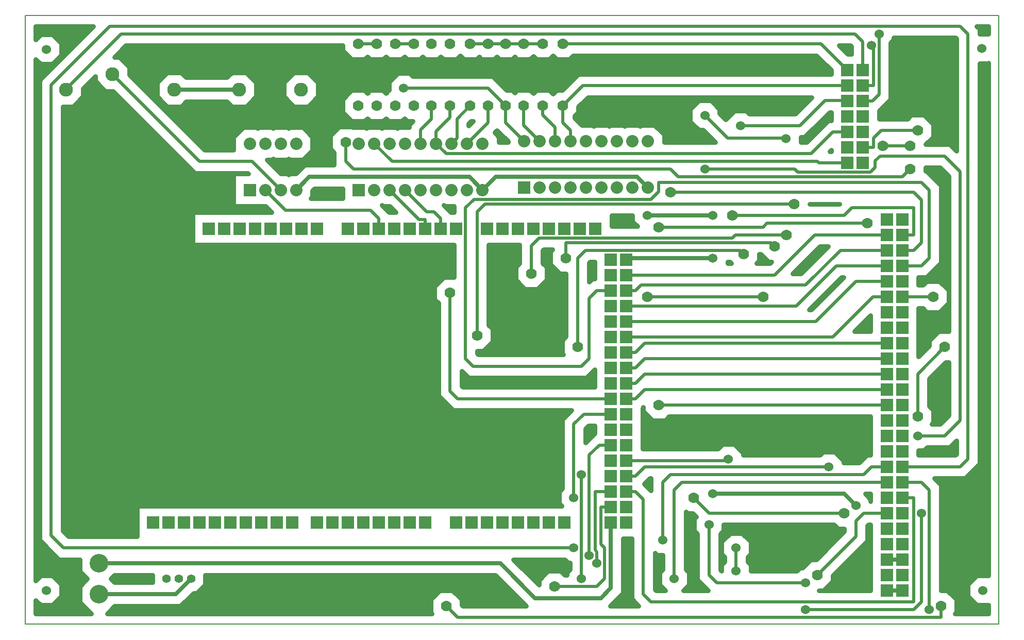
<source format=gbr>
G04 PROTEUS GERBER X2 FILE*
%TF.GenerationSoftware,Labcenter,Proteus,8.13-SP0-Build31525*%
%TF.CreationDate,2023-09-28T22:20:41+00:00*%
%TF.FileFunction,Copper,L1,Top*%
%TF.FilePolarity,Positive*%
%TF.Part,Single*%
%TF.SameCoordinates,{6b1b6182-4d37-414e-9227-abf112f8db44}*%
%FSLAX45Y45*%
%MOMM*%
G01*
%TA.AperFunction,Conductor*%
%ADD10C,0.508000*%
%ADD11C,0.635000*%
%TA.AperFunction,ViaPad*%
%ADD12C,1.524000*%
%ADD13C,1.778000*%
%TA.AperFunction,Conductor*%
%ADD14C,0.762000*%
%TA.AperFunction,ComponentPad*%
%ADD15R,2.032000X2.032000*%
%TA.AperFunction,ComponentPad*%
%ADD16C,2.286000*%
%TA.AperFunction,ComponentPad*%
%ADD17C,1.778000*%
%TA.AperFunction,ComponentPad*%
%ADD18C,2.032000*%
%TA.AperFunction,ComponentPad*%
%ADD19C,3.048000*%
%TA.AperFunction,WasherPad*%
%ADD70C,1.397000*%
%TA.AperFunction,OtherPad,Unknown*%
%ADD71C,1.524000*%
%TA.AperFunction,Profile*%
%ADD20C,0.203200*%
%TA.AperFunction,NonConductor*%
%ADD21C,0.063500*%
%TD.AperFunction*%
G36*
X+7824740Y+4695808D02*
X+7821549Y+4698999D01*
X+7683499Y+4698999D01*
X+7683499Y+4777907D01*
X+7636666Y+4824740D01*
X+7824740Y+4824740D01*
X+7824740Y+4695808D01*
G37*
G36*
X-7706443Y+3992963D02*
X-7762239Y+3937167D01*
X-7762239Y-3619667D01*
X-7444907Y-3936999D01*
X-7099299Y-3936999D01*
X-7099299Y-4132012D01*
X-6976811Y-4254500D01*
X-7099299Y-4376988D01*
X-7099299Y-4640012D01*
X-6914571Y-4824740D01*
X-7824740Y-4824740D01*
X-7824740Y-4606908D01*
X-7745349Y-4686299D01*
X-7545451Y-4686299D01*
X-7404101Y-4544949D01*
X-7404101Y-4345051D01*
X-7545451Y-4203701D01*
X-7745349Y-4203701D01*
X-7824740Y-4283092D01*
X-7824740Y+4283092D01*
X-7745349Y+4203701D01*
X-7545451Y+4203701D01*
X-7404101Y+4345051D01*
X-7404101Y+4544949D01*
X-7545451Y+4686299D01*
X-7745349Y+4686299D01*
X-7824740Y+4606908D01*
X-7824740Y+4824740D01*
X-6874666Y+4824740D01*
X-7706443Y+3992963D01*
G37*
G36*
X+229615Y-4699001D02*
X-810093Y-4699001D01*
X-825501Y-4683593D01*
X-825501Y-4593790D01*
X-974290Y-4445001D01*
X-1184710Y-4445001D01*
X-1333499Y-4593790D01*
X-1333499Y-4804210D01*
X-1312969Y-4824740D01*
X-6649029Y-4824740D01*
X-6529638Y-4705349D01*
X-5446163Y-4705349D01*
X-5230263Y-4489449D01*
X-5176381Y-4489449D01*
X-5038751Y-4351819D01*
X-5038751Y-4197349D01*
X-272038Y-4197348D01*
X+229615Y-4699001D01*
G37*
G36*
X+7824740Y-4203701D02*
X+7634351Y-4203701D01*
X+7493001Y-4345051D01*
X+7493001Y-4544949D01*
X+7634351Y-4686299D01*
X+7824740Y-4686299D01*
X+7824740Y-4824740D01*
X+7281969Y-4824740D01*
X+7302499Y-4804210D01*
X+7302499Y-4593790D01*
X+7153710Y-4445001D01*
X+7048499Y-4445001D01*
X+7048499Y-2715093D01*
X+6936905Y-2603499D01*
X+7444907Y-2603499D01*
X+7683499Y-2364907D01*
X+7683499Y+4216401D01*
X+7821549Y+4216401D01*
X+7824740Y+4219592D01*
X+7824740Y-4203701D01*
G37*
G36*
X+5575301Y+4493093D02*
X+5575301Y+4368799D01*
X+5514507Y+4368799D01*
X+5374805Y+4508501D01*
X+5559893Y+4508501D01*
X+5575301Y+4493093D01*
G37*
G36*
X-2781299Y+4428690D02*
X-2632510Y+4279901D01*
X-2422090Y+4279901D01*
X-2374900Y+4327091D01*
X-2327710Y+4279901D01*
X-2117290Y+4279901D01*
X-2070100Y+4327091D01*
X-2022910Y+4279901D01*
X-1812490Y+4279901D01*
X-1765300Y+4327091D01*
X-1718110Y+4279901D01*
X-1507690Y+4279901D01*
X-1466850Y+4320741D01*
X-1426010Y+4279901D01*
X-1215590Y+4279901D01*
X-1168400Y+4327091D01*
X-1121210Y+4279901D01*
X-910790Y+4279901D01*
X-850900Y+4339791D01*
X-791010Y+4279901D01*
X-580590Y+4279901D01*
X-539750Y+4320741D01*
X-498910Y+4279901D01*
X-288490Y+4279901D01*
X-247650Y+4320741D01*
X-206810Y+4279901D01*
X+3610Y+4279901D01*
X+44450Y+4320741D01*
X+85290Y+4279901D01*
X+295710Y+4279901D01*
X+349250Y+4333441D01*
X+402790Y+4279901D01*
X+613210Y+4279901D01*
X+673100Y+4339791D01*
X+732990Y+4279901D01*
X+943410Y+4279901D01*
X+1006910Y+4343401D01*
X+5001093Y+4343401D01*
X+5245101Y+4099393D01*
X+5245101Y+4038599D01*
X+1089493Y+4038599D01*
X+822793Y+3771899D01*
X+732990Y+3771899D01*
X+673100Y+3712009D01*
X+613210Y+3771899D01*
X+402790Y+3771899D01*
X+349250Y+3718359D01*
X+295710Y+3771899D01*
X+85290Y+3771899D01*
X+44450Y+3731059D01*
X+3610Y+3771899D01*
X-86193Y+3771899D01*
X-314793Y+4000499D01*
X-1627251Y+4000499D01*
X-1678051Y+4051299D01*
X-1877949Y+4051299D01*
X-2019299Y+3909949D01*
X-2019299Y+3771899D01*
X-2022910Y+3771899D01*
X-2070100Y+3724709D01*
X-2117290Y+3771899D01*
X-2327710Y+3771899D01*
X-2374900Y+3724709D01*
X-2422090Y+3771899D01*
X-2632510Y+3771899D01*
X-2781299Y+3623110D01*
X-2781299Y+3412690D01*
X-2632510Y+3263901D01*
X-2422090Y+3263901D01*
X-2374900Y+3311091D01*
X-2327710Y+3263901D01*
X-2117290Y+3263901D01*
X-2070100Y+3311091D01*
X-2022910Y+3263901D01*
X-1812490Y+3263901D01*
X-1765300Y+3311091D01*
X-1718110Y+3263901D01*
X-1628305Y+3263901D01*
X-1689099Y+3203107D01*
X-1689099Y+3162299D01*
X-1863070Y+3162299D01*
X-1879600Y+3145769D01*
X-1896130Y+3162299D01*
X-2117070Y+3162299D01*
X-2133600Y+3145769D01*
X-2150130Y+3162299D01*
X-2371070Y+3162299D01*
X-2387600Y+3145769D01*
X-2404130Y+3162299D01*
X-2612590Y+3162299D01*
X-2625290Y+3174999D01*
X-2835710Y+3174999D01*
X-2984499Y+3026210D01*
X-2984499Y+2815790D01*
X-2920999Y+2752290D01*
X-2920999Y+2546349D01*
X-3408937Y+2546349D01*
X-3554987Y+2400299D01*
X-3653770Y+2400299D01*
X-3670300Y+2383769D01*
X-3686830Y+2400299D01*
X-3794593Y+2400299D01*
X-4023195Y+2628901D01*
X-3940830Y+2628901D01*
X-3924300Y+2645431D01*
X-3907770Y+2628901D01*
X-3686830Y+2628901D01*
X-3670300Y+2645431D01*
X-3653770Y+2628901D01*
X-3432830Y+2628901D01*
X-3276601Y+2785130D01*
X-3276601Y+3006070D01*
X-3432830Y+3162299D01*
X-3653770Y+3162299D01*
X-3670300Y+3145769D01*
X-3686830Y+3162299D01*
X-3907770Y+3162299D01*
X-3924300Y+3145769D01*
X-3940830Y+3162299D01*
X-4161770Y+3162299D01*
X-4178300Y+3145769D01*
X-4194830Y+3162299D01*
X-4415770Y+3162299D01*
X-4571999Y+3006070D01*
X-4571999Y+2793999D01*
X-5051893Y+2793999D01*
X-6286501Y+4028607D01*
X-6286501Y+4154331D01*
X-6450169Y+4317999D01*
X-6532715Y+4317999D01*
X-6342213Y+4508501D01*
X-2781299Y+4508501D01*
X-2781299Y+4428690D01*
G37*
%LPC*%
G36*
X-4203701Y+3900331D02*
X-4203701Y+3668869D01*
X-4367369Y+3505201D01*
X-4598831Y+3505201D01*
X-4681381Y+3587751D01*
X-5351619Y+3587751D01*
X-5434169Y+3505201D01*
X-5665631Y+3505201D01*
X-5829299Y+3668869D01*
X-5829299Y+3900331D01*
X-5665631Y+4063999D01*
X-5434169Y+4063999D01*
X-5351619Y+3981449D01*
X-4681381Y+3981449D01*
X-4598831Y+4063999D01*
X-4367369Y+4063999D01*
X-4203701Y+3900331D01*
G37*
G36*
X-3187701Y+3900331D02*
X-3187701Y+3668869D01*
X-3351369Y+3505201D01*
X-3582831Y+3505201D01*
X-3746499Y+3668869D01*
X-3746499Y+3900331D01*
X-3582831Y+4063999D01*
X-3351369Y+4063999D01*
X-3187701Y+3900331D01*
G37*
%LPD*%
G36*
X+4651521Y+3381291D02*
X+3903021Y+3381291D01*
X+3852221Y+3432091D01*
X+3652323Y+3432091D01*
X+3510973Y+3290741D01*
X+3510973Y+3288883D01*
X+3411295Y+3388561D01*
X+3411295Y+3460403D01*
X+3269945Y+3601753D01*
X+3070047Y+3601753D01*
X+2928697Y+3460403D01*
X+2928697Y+3260505D01*
X+3070047Y+3119155D01*
X+3141889Y+3119155D01*
X+3340045Y+2920999D01*
X+2501899Y+2920999D01*
X+2501899Y+3044170D01*
X+2345670Y+3200399D01*
X+2124730Y+3200399D01*
X+2108200Y+3183869D01*
X+2091670Y+3200399D01*
X+1870730Y+3200399D01*
X+1854200Y+3183869D01*
X+1837670Y+3200399D01*
X+1616730Y+3200399D01*
X+1600200Y+3183869D01*
X+1583670Y+3200399D01*
X+1362730Y+3200399D01*
X+1346200Y+3183869D01*
X+1329670Y+3200399D01*
X+1145707Y+3200399D01*
X+1028699Y+3317407D01*
X+1028699Y+3349190D01*
X+1092199Y+3412690D01*
X+1092199Y+3502493D01*
X+1247307Y+3657601D01*
X+4927831Y+3657601D01*
X+4651521Y+3381291D01*
G37*
G36*
X-711201Y+3190405D02*
X-711201Y+3223093D01*
X-670393Y+3263901D01*
X-637705Y+3263901D01*
X-711201Y+3190405D01*
G37*
G36*
X+5245101Y+3327401D02*
X+5245101Y+3276599D01*
X+5191593Y+3276599D01*
X+4835993Y+2920999D01*
X+4745437Y+2920999D01*
X+4745437Y+3000293D01*
X+4809335Y+3000293D01*
X+5219840Y+3410798D01*
X+5245101Y+3410798D01*
X+5245101Y+3327401D01*
G37*
G36*
X-63499Y+2930993D02*
X-63499Y+2920999D01*
X-215901Y+2920999D01*
X-215901Y+3006070D01*
X-286312Y+3076482D01*
X-247650Y+3115144D01*
X-63499Y+2930993D01*
G37*
G36*
X+7302501Y+4620093D02*
X+7302501Y+2771305D01*
X+7190907Y+2882899D01*
X+6798108Y+2882899D01*
X+6921499Y+3006290D01*
X+6921499Y+3216710D01*
X+6772710Y+3365499D01*
X+6562290Y+3365499D01*
X+6498790Y+3301999D01*
X+6032499Y+3301999D01*
X+6032499Y+3432643D01*
X+6222998Y+3623142D01*
X+6222998Y+3702050D01*
X+6222999Y+4548251D01*
X+6273799Y+4599051D01*
X+6273799Y+4635501D01*
X+7287093Y+4635501D01*
X+7302501Y+4620093D01*
G37*
G36*
X+5245101Y+2768599D02*
X+5222405Y+2768599D01*
X+5245101Y+2791295D01*
X+5245101Y+2768599D01*
G37*
G36*
X-2781299Y+1991359D02*
X-3308372Y+1991359D01*
X-3276601Y+2023130D01*
X-3276601Y+2121913D01*
X-3245863Y+2152651D01*
X-2781299Y+2152651D01*
X-2781299Y+1991359D01*
G37*
G36*
X+5382093Y+1904999D02*
X+4889499Y+1904999D01*
X+4889499Y+1905002D01*
X+5382096Y+1905002D01*
X+5382093Y+1904999D01*
G37*
G36*
X-1101070Y+1866901D02*
X-952499Y+1866901D01*
X-952499Y+1765299D01*
X-1000593Y+1765299D01*
X-1118162Y+1882868D01*
X-1117600Y+1883431D01*
X-1101070Y+1866901D01*
G37*
G36*
X-2117070Y+1866901D02*
X-2009307Y+1866901D01*
X-1907705Y+1765299D01*
X-2017863Y+1765299D01*
X-2134798Y+1882234D01*
X-2133600Y+1883431D01*
X-2117070Y+1866901D01*
G37*
G36*
X+1981201Y+1614551D02*
X+2059053Y+1536699D01*
X+1638299Y+1536699D01*
X+1638299Y+1714501D01*
X+1981201Y+1714501D01*
X+1981201Y+1614551D01*
G37*
G36*
X+4212790Y+952501D02*
X+4264495Y+952501D01*
X+4239093Y+927099D01*
X+4016808Y+927099D01*
X+4063999Y+974290D01*
X+4063999Y+1079501D01*
X+4085790Y+1079501D01*
X+4212790Y+952501D01*
G37*
G36*
X+3603192Y+927099D02*
X+3543299Y+927099D01*
X+3543299Y+952501D01*
X+3577790Y+952501D01*
X+3603192Y+927099D01*
G37*
G36*
X+4747093Y+761999D02*
X+4612805Y+761999D01*
X+5057307Y+1206501D01*
X+5191595Y+1206501D01*
X+4747093Y+761999D01*
G37*
G36*
X+1358901Y+723901D02*
X+1358901Y+673099D01*
X+1318093Y+673099D01*
X+1269999Y+625005D01*
X+1269999Y+937093D01*
X+1285407Y+952501D01*
X+1358901Y+952501D01*
X+1358901Y+723901D01*
G37*
G36*
X+4912193Y+165099D02*
X+4879505Y+165099D01*
X+5412907Y+698501D01*
X+5445595Y+698501D01*
X+4912193Y+165099D01*
G37*
G36*
X+7175501Y+2359493D02*
X+7175501Y-190501D01*
X+7006790Y-190501D01*
X+6858001Y-339290D01*
X+6858001Y-429093D01*
X+6680199Y-606895D01*
X+6680199Y+190501D01*
X+6752790Y+190501D01*
X+6816290Y+127001D01*
X+7026710Y+127001D01*
X+7175499Y+275790D01*
X+7175499Y+486210D01*
X+7026710Y+634999D01*
X+6816290Y+634999D01*
X+6752790Y+571499D01*
X+6680199Y+571499D01*
X+6680199Y+698501D01*
X+6809907Y+698501D01*
X+7048499Y+937093D01*
X+7048499Y+2206157D01*
X+6809907Y+2444749D01*
X+6794499Y+2444749D01*
X+6794499Y+2501901D01*
X+7033093Y+2501901D01*
X+7175501Y+2359493D01*
G37*
G36*
X+5892801Y-114301D02*
X+5892801Y-190501D01*
X+5628805Y-190501D01*
X+5892801Y+73495D01*
X+5892801Y-114301D01*
G37*
G36*
X+127001Y+930710D02*
X+63501Y+867210D01*
X+63501Y+656790D01*
X+212290Y+508001D01*
X+422710Y+508001D01*
X+571499Y+656790D01*
X+571499Y+867210D01*
X+507999Y+930710D01*
X+507999Y+1140293D01*
X+523407Y+1155701D01*
X+669492Y+1155701D01*
X+635001Y+1121210D01*
X+635001Y+910790D01*
X+783790Y+762001D01*
X+889001Y+762001D01*
X+889001Y-275790D01*
X+825501Y-339290D01*
X+825501Y-549710D01*
X+847292Y-571501D01*
X-556093Y-571501D01*
X-571501Y-556093D01*
X-571501Y-507999D01*
X-466290Y-507999D01*
X-317501Y-359210D01*
X-317501Y-148790D01*
X-381001Y-85290D01*
X-381001Y+1231901D01*
X+127001Y+1231901D01*
X+127001Y+930710D01*
G37*
G36*
X+1358901Y-1054099D02*
X+1358901Y-1104901D01*
X-810093Y-1104901D01*
X-825501Y-1089493D01*
X-825501Y-840905D01*
X-713907Y-952499D01*
X+1221907Y-952499D01*
X+1358901Y-815505D01*
X+1358901Y-1054099D01*
G37*
G36*
X+7175501Y-1572093D02*
X+7033093Y-1714501D01*
X+6899708Y-1714501D01*
X+6921499Y-1692710D01*
X+6921499Y-1482290D01*
X+6857999Y-1418790D01*
X+6857999Y-967907D01*
X+7127407Y-698499D01*
X+7175501Y-698499D01*
X+7175501Y-1572093D01*
G37*
G36*
X+1358901Y-1816099D02*
X+1358901Y-1866901D01*
X+1356193Y-1866901D01*
X+1206499Y-2016595D01*
X+1206499Y-1793407D01*
X+1260007Y-1739899D01*
X+1358901Y-1739899D01*
X+1358901Y-1816099D01*
G37*
G36*
X+7302501Y-2207093D02*
X+7287093Y-2222501D01*
X+6680199Y-2222501D01*
X+6680199Y-2146299D01*
X+6767449Y-2146299D01*
X+6818249Y-2095499D01*
X+7190907Y-2095499D01*
X+7302501Y-1983905D01*
X+7302501Y-2207093D01*
G37*
G36*
X+2159001Y-1502210D02*
X+2307790Y-1650999D01*
X+2518210Y-1650999D01*
X+2581710Y-1587499D01*
X+5892801Y-1587499D01*
X+5892801Y-2222501D01*
X+5826593Y-2222501D01*
X+5699593Y-2349501D01*
X+5448299Y-2349501D01*
X+5448299Y-2313051D01*
X+5306949Y-2171701D01*
X+5107051Y-2171701D01*
X+5056251Y-2222501D01*
X+3797299Y-2222501D01*
X+3797299Y-2186051D01*
X+3655949Y-2044701D01*
X+3456051Y-2044701D01*
X+3379851Y-2120901D01*
X+2146299Y-2120901D01*
X+2146299Y-1450507D01*
X+2159001Y-1437805D01*
X+2159001Y-1502210D01*
G37*
G36*
X+2286001Y-2803995D02*
X+2174406Y-2692400D01*
X+2263307Y-2603499D01*
X+2286001Y-2603499D01*
X+2286001Y-2803995D01*
G37*
G36*
X+5892801Y-2933699D02*
X+5892801Y-2984501D01*
X+5892799Y-2984501D01*
X+5892799Y-2948051D01*
X+5802247Y-2857499D01*
X+5892801Y-2857499D01*
X+5892801Y-2933699D01*
G37*
G36*
X-6845299Y+3922869D02*
X-6681631Y+3759201D01*
X-6555907Y+3759201D01*
X-5209707Y+2413001D01*
X-4346107Y+2413001D01*
X-4333405Y+2400299D01*
X-4571999Y+2400299D01*
X-4571999Y+1866901D01*
X-4054007Y+1866901D01*
X-3952405Y+1765299D01*
X-5245099Y+1765299D01*
X-5245099Y+1231901D01*
X-952499Y+1231901D01*
X-952499Y+698499D01*
X-1121210Y+698499D01*
X-1269999Y+549710D01*
X-1269999Y+339290D01*
X-1206499Y+275790D01*
X-1206499Y-1247307D01*
X-967907Y-1485899D01*
X+975195Y-1485899D01*
X+825501Y-1635593D01*
X+825501Y-2770251D01*
X+774701Y-2821051D01*
X+774701Y-3020949D01*
X+814453Y-3060701D01*
X-6159499Y-3060701D01*
X-6159499Y-3556001D01*
X-7287093Y-3556001D01*
X-7381241Y-3461853D01*
X-7381241Y+3505201D01*
X-7212169Y+3505201D01*
X-7048501Y+3668869D01*
X-7048501Y+3802213D01*
X-6845299Y+4005415D01*
X-6845299Y+3922869D01*
G37*
G36*
X+5355790Y-3428999D02*
X+5461001Y-3428999D01*
X+5461001Y-3477093D01*
X+5001093Y-3937001D01*
X+4911290Y-3937001D01*
X+4771590Y-4076701D01*
X+4726051Y-4076701D01*
X+4675251Y-4127501D01*
X+3924299Y-4127501D01*
X+3924299Y-4027551D01*
X+3873499Y-3976751D01*
X+3873499Y-3897249D01*
X+3924299Y-3846449D01*
X+3924299Y-3646551D01*
X+3782949Y-3505201D01*
X+3583051Y-3505201D01*
X+3441701Y-3646551D01*
X+3441701Y-3846449D01*
X+3492501Y-3897249D01*
X+3492501Y-3976751D01*
X+3441701Y-4027551D01*
X+3441701Y-4124795D01*
X+3428999Y-4112093D01*
X+3428999Y-3516249D01*
X+3479799Y-3465449D01*
X+3479799Y-3365499D01*
X+5292290Y-3365499D01*
X+5355790Y-3428999D01*
G37*
G36*
X+916051Y-3987799D02*
X+952501Y-3987799D01*
X+952501Y-4103751D01*
X+901701Y-4154551D01*
X+901701Y-4191001D01*
X+867210Y-4191001D01*
X+803710Y-4127501D01*
X+593290Y-4127501D01*
X+444501Y-4276290D01*
X+444501Y-4357115D01*
X+24385Y-3936999D01*
X+865251Y-3936999D01*
X+916051Y-3987799D01*
G37*
G36*
X-5908649Y-4311651D02*
X-6529638Y-4311651D01*
X-6586789Y-4254500D01*
X-6529638Y-4197349D01*
X-5908649Y-4197349D01*
X-5908649Y-4311651D01*
G37*
G36*
X+5892801Y-3441699D02*
X+5892801Y-4445001D01*
X+5040247Y-4445001D01*
X+5040249Y-4444999D01*
X+5121710Y-4444999D01*
X+5270499Y-4296210D01*
X+5270499Y-4206407D01*
X+5841999Y-3634907D01*
X+5841999Y-3380907D01*
X+5857407Y-3365499D01*
X+5892801Y-3365499D01*
X+5892801Y-3441699D01*
G37*
G36*
X+2879290Y-3174999D02*
X+2969093Y-3174999D01*
X+3028423Y-3234329D01*
X+2997201Y-3265551D01*
X+2997201Y-3465449D01*
X+3048001Y-3516249D01*
X+3048001Y-4269907D01*
X+3223095Y-4445001D01*
X+2817747Y-4445001D01*
X+2908299Y-4354449D01*
X+2908299Y-4154551D01*
X+2857499Y-4103751D01*
X+2857499Y-3153208D01*
X+2879290Y-3174999D01*
G37*
G36*
X+2376551Y-3860799D02*
X+2476501Y-3860799D01*
X+2476501Y-4103751D01*
X+2425701Y-4154551D01*
X+2425701Y-4354449D01*
X+2516253Y-4445001D01*
X+2364907Y-4445001D01*
X+2349499Y-4429593D01*
X+2349499Y-3833747D01*
X+2376551Y-3860799D01*
G37*
G36*
X+1968501Y-4508500D02*
X+1968501Y-4587407D01*
X+2080095Y-4699001D01*
X+1611885Y-4699001D01*
X+1822449Y-4488437D01*
X+1822449Y-3594099D01*
X+1968501Y-3594099D01*
X+1968501Y-4508500D01*
G37*
D10*
X-2006600Y+2133600D02*
X-1524000Y+1651000D01*
X-1422400Y+1651000D01*
X-1422400Y+1498600D01*
X-3797300Y+2133600D02*
X-4267200Y+2603500D01*
X-5130800Y+2603500D01*
X-6565900Y+4038600D01*
X-1320800Y+3517900D02*
X-1320800Y+3302000D01*
X-1498600Y+3124200D01*
X-1498600Y+2895600D01*
X-101600Y+3517900D02*
X-101600Y+3238500D01*
X+203200Y+2933700D01*
X+5924550Y+3594100D02*
X+5765800Y+3594100D01*
X+6032500Y+4699000D02*
X+6032500Y+3702050D01*
X+5924550Y+3594100D01*
X-101600Y+3517900D02*
X-393700Y+3810000D01*
X-1778000Y+3810000D01*
X+5016500Y-4191000D02*
X+5651500Y-3556000D01*
X+5651500Y-3302000D01*
X+5778500Y-3175000D01*
X+6159500Y-3175000D01*
X+698500Y-4381500D02*
X+1397000Y-4381500D01*
X+1524000Y-4254500D01*
X+1524000Y-3746500D01*
X+1460500Y-3683000D01*
X+1460500Y-3073400D01*
X+1625600Y-3073400D01*
X+2476500Y-3619500D02*
X+2476500Y-2667000D01*
X+2603500Y-2540000D01*
X+5778500Y-2540000D01*
X+5905500Y-2413000D01*
X+6159500Y-2413000D01*
X+1143000Y-4254500D02*
X+1143000Y-2540000D01*
X+2667000Y-4254500D02*
X+2667000Y-2794000D01*
X+2794000Y-2667000D01*
X+6159500Y-2667000D01*
X+4826000Y-4318000D02*
X+3365500Y-4318000D01*
X+3238500Y-4191000D01*
X+3238500Y-3365500D01*
X+6731000Y-3175000D02*
X+6731000Y-4635500D01*
X+6604000Y-4762500D01*
X+4826000Y-4762500D01*
X+6858000Y-4762500D02*
X+6858000Y-2794000D01*
X+6731000Y-2667000D01*
X+6413500Y-2667000D01*
X+5207000Y-2413000D02*
X+2184400Y-2413000D01*
X+2032000Y-2565400D01*
X+1879600Y-2565400D01*
X+6413500Y-2921000D02*
X+6604000Y-2921000D01*
X+6604000Y-4635500D01*
X+2286000Y-4635500D01*
X+2159000Y-4508500D01*
X+2159000Y-2946400D01*
X+2032000Y-2819400D01*
X+1879600Y-2819400D01*
X+1397000Y-4000500D02*
X+1397000Y-3810000D01*
X+1365250Y-3778250D01*
X+1365250Y-2819400D01*
X+1625600Y-2819400D01*
X-685800Y+3517900D02*
X-901700Y+3302000D01*
X-901700Y+2984500D01*
X-990600Y+2895600D01*
X-1244600Y+2895600D02*
X-1079500Y+2730500D01*
X+4914900Y+2730500D01*
X+5270500Y+3086100D01*
X+5511800Y+3086100D01*
X+5511801Y+3086100D01*
X-1244600Y+3098800D02*
X-1016000Y+3327400D01*
X-1016000Y+3517900D01*
X-1244600Y+2895600D02*
X-1244600Y+3098800D01*
X-571500Y-254000D02*
X-571500Y+1778000D01*
X-444500Y+1905000D01*
X+4635500Y+1905000D01*
X+6159500Y-1143000D02*
X+2184400Y-1143000D01*
X+2032000Y-1295400D01*
X+1879600Y-1295400D01*
X+6159500Y-889000D02*
X+2184400Y-889000D01*
X+2032000Y-1041400D01*
X+1879600Y-1041400D01*
X-1079500Y-4699000D02*
X-889000Y-4889500D01*
X+7048500Y-4889500D01*
X+7048500Y-4699000D01*
X+3810000Y+1079500D02*
X+3746500Y+1143000D01*
X+1206500Y+1143000D01*
X+1079500Y+1016000D01*
X+1079500Y-444500D01*
X+6159500Y-635000D02*
X+2184400Y-635000D01*
X+2032000Y-787400D01*
X+1879600Y-787400D01*
X+6159500Y-381000D02*
X+2184400Y-381000D01*
X+2032000Y-533400D01*
X+1879600Y-533400D01*
X+1270000Y-3873500D02*
X+1270000Y-2222500D01*
X+1435100Y-2057400D01*
X+1625600Y-2057400D01*
X+2984500Y-2921000D02*
X+3238500Y-3175000D01*
X+5461000Y-3175000D01*
X+3683000Y-4127500D02*
X+3683000Y-3746500D01*
X+3175000Y+2476500D02*
X+4648200Y+2476500D01*
X+4699000Y+2425700D01*
X+5890886Y+2425700D01*
X+5969000Y+2503814D01*
X+5969000Y+2614286D01*
X+6667500Y-1905000D02*
X+7112000Y-1905000D01*
X+7366000Y-1651000D01*
X+7366000Y+2438400D01*
X+7112000Y+2692400D01*
X+6047114Y+2692400D01*
X+5969000Y+2614286D01*
X+1016000Y-2921000D02*
X+1016000Y-1714500D01*
X+1181100Y-1549400D01*
X+1625600Y-1549400D01*
X+6667500Y-1587500D02*
X+6667500Y-889000D01*
X+7112000Y-444500D01*
X+457200Y+2933700D02*
X+190500Y+3200400D01*
X+190500Y+3517900D01*
X+3752272Y+3190792D02*
X+4730428Y+3190792D01*
X+5140933Y+3601297D01*
X+5144141Y+3601297D01*
X+5504603Y+3601297D01*
X+5511800Y+3594100D01*
X+5511800Y+3594099D01*
X+508000Y+3517900D02*
X+508000Y+3365500D01*
X+711200Y+3162300D01*
X+711200Y+2933700D01*
X+5905500Y+4508500D02*
X+5937250Y+4476750D01*
X+5937250Y+3848100D01*
X+5765800Y+3848100D01*
X-393700Y+3517900D02*
X-393700Y+3238500D01*
X-736600Y+2895600D01*
D11*
X-5273700Y-4254500D02*
X-5527700Y-4508500D01*
X-6781800Y-4508500D01*
X-482600Y+2133600D02*
X-266700Y+2349500D01*
X+2057400Y+2349500D01*
X+2235200Y+2171700D01*
X+1879600Y+990600D02*
X+1905000Y+1016000D01*
X+3302000Y+1016000D01*
X+3302000Y-2857500D02*
X+5461000Y-2857500D01*
X+5651500Y-3048000D01*
X-482600Y+2133600D02*
X-698500Y+2349500D01*
X-3327400Y+2349500D01*
X-3543300Y+2133600D01*
X-4483100Y+3784600D02*
X-5549900Y+3784600D01*
X+2222500Y+1714500D02*
X+3302000Y+1714500D01*
X+6159500Y-4445000D02*
X+6159500Y-4444999D01*
X+6413500Y-4444999D01*
X+6413500Y-4445000D01*
D10*
X+838200Y+3517900D02*
X+1168400Y+3848100D01*
X+5511800Y+3848100D01*
X+838200Y+3517900D02*
X+838200Y+3238500D01*
X+965200Y+3111500D01*
X+965200Y+2933700D01*
X-1016000Y+444500D02*
X-1016000Y-1168400D01*
X-889000Y-1295400D01*
X+1625600Y-1295400D01*
X+2413000Y-1397000D02*
X+6159500Y-1397000D01*
X+6667500Y+3111500D02*
X+6064250Y+3111500D01*
X+5937250Y+2984500D01*
X+5937250Y+2832100D01*
X+5765800Y+2832100D01*
X+6540500Y+2857500D02*
X+6096000Y+2857500D01*
X-2730500Y+2921000D02*
X-2730500Y+2603500D01*
X-2603500Y+2476500D01*
X+2603500Y+2476500D01*
X+2730500Y+2349500D01*
X+6413500Y+2349500D01*
X+6540500Y+2476500D01*
X+3169996Y+3360454D02*
X+3548430Y+2982020D01*
X+3590123Y+2982020D01*
X+4500931Y+2982020D01*
X+4504138Y+2978813D01*
X+5511801Y+2832100D02*
X+5511800Y+2832100D01*
X-2260600Y+2895600D02*
X-1968500Y+2603500D01*
X+5016500Y+2603500D01*
X+5041900Y+2578100D01*
X+5511800Y+2578100D01*
X+5511801Y+2578100D01*
X+6604000Y+381000D02*
X+6921500Y+381000D01*
X+2222500Y+381000D02*
X+4127500Y+381000D01*
X+6413500Y+381000D02*
X+6413499Y+381000D01*
X+6604000Y+381000D02*
X+6413500Y+381000D01*
X+6159500Y+381000D02*
X+5930900Y+381000D01*
X+5270500Y-279400D01*
X+1879600Y-279400D01*
X+6159500Y+1143000D02*
X+5397500Y+1143000D01*
X+4826000Y+571500D01*
X+2120900Y+571500D01*
X+2032000Y+482600D01*
X+1879600Y+482600D01*
X+3619500Y+1714500D02*
X+5461000Y+1714500D01*
X+5588000Y+1841500D01*
X+6604000Y+1841500D01*
X+6604000Y+1397000D01*
X+6413500Y+1397000D01*
X+6413499Y+1397000D01*
X+5842000Y+1587500D02*
X+4191000Y+1587500D01*
X+4127500Y+1524000D01*
X+2413000Y+1524000D01*
X+317500Y+762000D02*
X+317500Y+1219200D01*
X+444500Y+1346200D01*
X+3619500Y+1346200D01*
X+3670300Y+1397000D01*
X+4508500Y+1397000D01*
X+1879600Y+736600D02*
X+4318000Y+736600D01*
X+4978400Y+1397000D01*
X+6159500Y+1397000D01*
X+1879600Y-25400D02*
X+4991100Y-25400D01*
X+5651500Y+635000D01*
X+6159500Y+635000D01*
X+4318000Y+1206500D02*
X+4254500Y+1270000D01*
X+889000Y+1270000D01*
X+889000Y+1016000D01*
X+2603500Y+2095500D02*
X+6604000Y+2095500D01*
X+6731000Y+1968500D01*
X+6731000Y+1270000D01*
X+6604000Y+1143000D01*
X+6413500Y+1143000D01*
X+6413499Y+1143000D01*
X+1879600Y+228600D02*
X+4673600Y+228600D01*
X+5334000Y+889000D01*
X+6159500Y+889000D01*
X+1625600Y+482600D02*
X+1397000Y+482600D01*
X+1270000Y+355600D01*
X+1270000Y-635000D01*
X+1143000Y-762000D01*
X-635000Y-762000D01*
X-762000Y-635000D01*
X-762000Y+1841500D01*
X-622300Y+1981200D01*
X+2286000Y+1981200D01*
X+2413000Y+2108200D01*
X+2413000Y+2254250D01*
X+6731000Y+2254250D01*
X+6858000Y+2127250D01*
X+6858000Y+1016000D01*
X+6731000Y+889000D01*
X+6413500Y+889000D01*
X+6413499Y+889000D01*
X+838200Y+4533900D02*
X+5080000Y+4533900D01*
X+5511800Y+4102100D01*
X+190500Y+4533900D02*
X+508000Y+4533900D01*
X-1917700Y+4533900D02*
X-1612900Y+4533900D01*
X-2527300Y+4533900D02*
X-2222500Y+4533900D01*
X-685800Y+4533900D02*
X-393700Y+4533900D01*
X-101600Y+4533900D02*
X+190500Y+4533900D01*
X-393700Y+4533900D02*
X-101600Y+4533900D01*
D11*
X+1625600Y-3327400D02*
X+1625600Y-4406900D01*
X+1460500Y-4572000D01*
X+381000Y-4572000D01*
X-190500Y-4000500D01*
X-6781800Y-4000500D01*
X+6159500Y-3937000D02*
X+6159500Y-3936999D01*
X+6413500Y-3936999D01*
X+6413500Y-3937000D01*
D10*
X-4051300Y+2133600D02*
X-3718560Y+1800860D01*
X-2322830Y+1800860D01*
X-2184400Y+1662430D01*
X-2184400Y+1498600D01*
X-1752600Y+2133600D02*
X-1397000Y+1778000D01*
X-1282700Y+1778000D01*
X-1168400Y+1663700D01*
X-1168400Y+1498600D01*
X+5765800Y+4102100D02*
X+5765800Y+4572000D01*
X+5638800Y+4699000D01*
X-6421120Y+4699000D01*
X-7327900Y+3792220D01*
X-7327900Y+3784600D01*
X+1879600Y-2311400D02*
X+3530600Y-2311400D01*
X+3556000Y-2286000D01*
X+1016000Y-3746500D02*
X-7366000Y-3746500D01*
X-7571740Y-3540760D01*
X-7571740Y+3858260D01*
X-6604000Y+4826000D01*
X+7366000Y+4826000D01*
X+7493000Y+4699000D01*
X+7493000Y-2286000D01*
X+7366000Y-2413000D01*
X+6413500Y-2413000D01*
D12*
X+6032500Y+4699000D03*
X-1778000Y+3810000D03*
D13*
X+5016500Y-4191000D03*
X+698500Y-4381500D03*
D12*
X+2476500Y-3619500D03*
X+1143000Y-2540000D03*
X+1143000Y-4254500D03*
X+2667000Y-4254500D03*
X+3238500Y-3365500D03*
X+4826000Y-4318000D03*
X+4826000Y-4762500D03*
X+6731000Y-3175000D03*
X+6858000Y-4762500D03*
X+5207000Y-2413000D03*
X+1397000Y-4000500D03*
D13*
X+4635500Y+1905000D03*
X+7048500Y-4699000D03*
X-1079500Y-4699000D03*
X+3810000Y+1079500D03*
D12*
X+1270000Y-3873500D03*
D13*
X+5461000Y-3175000D03*
X+2984500Y-2921000D03*
D12*
X+3683000Y-3746500D03*
X+3683000Y-4127500D03*
X+3175000Y+2476500D03*
X+6667500Y-1905000D03*
X+1016000Y-2921000D03*
D13*
X+7112000Y-444500D03*
X+6667500Y-1587500D03*
D12*
X+3752272Y+3190792D03*
X+5905500Y+4508500D03*
X+5651500Y-3048000D03*
X+3302000Y-2857500D03*
X+3302000Y+1714500D03*
X+2222500Y+1714500D03*
X+3302000Y+1016000D03*
D13*
X-1016000Y+444500D03*
X+2413000Y-1397000D03*
X+6667500Y+3111500D03*
X+6096000Y+2857500D03*
X+6540500Y+2857500D03*
X+6540500Y+2476500D03*
X-2730500Y+2921000D03*
D12*
X+4504138Y+2978813D03*
X+3169996Y+3360454D03*
D13*
X+6921500Y+381000D03*
X+4127500Y+381000D03*
X+2222500Y+381000D03*
X+3619500Y+1714500D03*
X+2413000Y+1524000D03*
X+5842000Y+1587500D03*
X+4508500Y+1397000D03*
X+317500Y+762000D03*
X+889000Y+1016000D03*
X+4318000Y+1206500D03*
X+2603500Y+2095500D03*
X-571500Y-254000D03*
X+1079500Y-444500D03*
D12*
X+3556000Y-2286000D03*
X+1016000Y-3746500D03*
D14*
X+7824740Y+4695808D02*
X+7821549Y+4698999D01*
X+7683499Y+4698999D01*
X+7683499Y+4777907D01*
X+7636666Y+4824740D01*
X+7824740Y+4824740D01*
X+7824740Y+4695808D01*
X-7706443Y+3992963D02*
X-7762239Y+3937167D01*
X-7762239Y-3619667D01*
X-7444907Y-3936999D01*
X-7099299Y-3936999D01*
X-7099299Y-4132012D01*
X-6976811Y-4254500D01*
X-7099299Y-4376988D01*
X-7099299Y-4640012D01*
X-6914571Y-4824740D01*
X-7824740Y-4824740D01*
X-7824740Y-4606908D01*
X-7745349Y-4686299D01*
X-7545451Y-4686299D01*
X-7404101Y-4544949D01*
X-7404101Y-4345051D01*
X-7545451Y-4203701D01*
X-7745349Y-4203701D01*
X-7824740Y-4283092D01*
X-7824740Y+4283092D01*
X-7745349Y+4203701D01*
X-7545451Y+4203701D01*
X-7404101Y+4345051D01*
X-7404101Y+4544949D01*
X-7545451Y+4686299D01*
X-7745349Y+4686299D01*
X-7824740Y+4606908D01*
X-7824740Y+4824740D01*
X-6874666Y+4824740D01*
X-7706443Y+3992963D01*
X+229615Y-4699001D02*
X-810093Y-4699001D01*
X-825501Y-4683593D01*
X-825501Y-4593790D01*
X-974290Y-4445001D01*
X-1184710Y-4445001D01*
X-1333499Y-4593790D01*
X-1333499Y-4804210D01*
X-1312969Y-4824740D01*
X-6649029Y-4824740D01*
X-6529638Y-4705349D01*
X-5446163Y-4705349D01*
X-5230263Y-4489449D01*
X-5176381Y-4489449D01*
X-5038751Y-4351819D01*
X-5038751Y-4197349D01*
X-272038Y-4197348D01*
X+229615Y-4699001D01*
X+7824740Y-4203701D02*
X+7634351Y-4203701D01*
X+7493001Y-4345051D01*
X+7493001Y-4544949D01*
X+7634351Y-4686299D01*
X+7824740Y-4686299D01*
X+7824740Y-4824740D01*
X+7281969Y-4824740D01*
X+7302499Y-4804210D01*
X+7302499Y-4593790D01*
X+7153710Y-4445001D01*
X+7048499Y-4445001D01*
X+7048499Y-2715093D01*
X+6936905Y-2603499D01*
X+7444907Y-2603499D01*
X+7683499Y-2364907D01*
X+7683499Y+4216401D01*
X+7821549Y+4216401D01*
X+7824740Y+4219592D01*
X+7824740Y-4203701D01*
X+5575301Y+4493093D02*
X+5575301Y+4368799D01*
X+5514507Y+4368799D01*
X+5374805Y+4508501D01*
X+5559893Y+4508501D01*
X+5575301Y+4493093D01*
X-2781299Y+4428690D02*
X-2632510Y+4279901D01*
X-2422090Y+4279901D01*
X-2374900Y+4327091D01*
X-2327710Y+4279901D01*
X-2117290Y+4279901D01*
X-2070100Y+4327091D01*
X-2022910Y+4279901D01*
X-1812490Y+4279901D01*
X-1765300Y+4327091D01*
X-1718110Y+4279901D01*
X-1507690Y+4279901D01*
X-1466850Y+4320741D01*
X-1426010Y+4279901D01*
X-1215590Y+4279901D01*
X-1168400Y+4327091D01*
X-1121210Y+4279901D01*
X-910790Y+4279901D01*
X-850900Y+4339791D01*
X-791010Y+4279901D01*
X-580590Y+4279901D01*
X-539750Y+4320741D01*
X-498910Y+4279901D01*
X-288490Y+4279901D01*
X-247650Y+4320741D01*
X-206810Y+4279901D01*
X+3610Y+4279901D01*
X+44450Y+4320741D01*
X+85290Y+4279901D01*
X+295710Y+4279901D01*
X+349250Y+4333441D01*
X+402790Y+4279901D01*
X+613210Y+4279901D01*
X+673100Y+4339791D01*
X+732990Y+4279901D01*
X+943410Y+4279901D01*
X+1006910Y+4343401D01*
X+5001093Y+4343401D01*
X+5245101Y+4099393D01*
X+5245101Y+4038599D01*
X+1089493Y+4038599D01*
X+822793Y+3771899D01*
X+732990Y+3771899D01*
X+673100Y+3712009D01*
X+613210Y+3771899D01*
X+402790Y+3771899D01*
X+349250Y+3718359D01*
X+295710Y+3771899D01*
X+85290Y+3771899D01*
X+44450Y+3731059D01*
X+3610Y+3771899D01*
X-86193Y+3771899D01*
X-314793Y+4000499D01*
X-1627251Y+4000499D01*
X-1678051Y+4051299D01*
X-1877949Y+4051299D01*
X-2019299Y+3909949D01*
X-2019299Y+3771899D01*
X-2022910Y+3771899D01*
X-2070100Y+3724709D01*
X-2117290Y+3771899D01*
X-2327710Y+3771899D01*
X-2374900Y+3724709D01*
X-2422090Y+3771899D01*
X-2632510Y+3771899D01*
X-2781299Y+3623110D01*
X-2781299Y+3412690D01*
X-2632510Y+3263901D01*
X-2422090Y+3263901D01*
X-2374900Y+3311091D01*
X-2327710Y+3263901D01*
X-2117290Y+3263901D01*
X-2070100Y+3311091D01*
X-2022910Y+3263901D01*
X-1812490Y+3263901D01*
X-1765300Y+3311091D01*
X-1718110Y+3263901D01*
X-1628305Y+3263901D01*
X-1689099Y+3203107D01*
X-1689099Y+3162299D01*
X-1863070Y+3162299D01*
X-1879600Y+3145769D01*
X-1896130Y+3162299D01*
X-2117070Y+3162299D01*
X-2133600Y+3145769D01*
X-2150130Y+3162299D01*
X-2371070Y+3162299D01*
X-2387600Y+3145769D01*
X-2404130Y+3162299D01*
X-2612590Y+3162299D01*
X-2625290Y+3174999D01*
X-2835710Y+3174999D01*
X-2984499Y+3026210D01*
X-2984499Y+2815790D01*
X-2920999Y+2752290D01*
X-2920999Y+2546349D01*
X-3408937Y+2546349D01*
X-3554987Y+2400299D01*
X-3653770Y+2400299D01*
X-3670300Y+2383769D01*
X-3686830Y+2400299D01*
X-3794593Y+2400299D01*
X-4023195Y+2628901D01*
X-3940830Y+2628901D01*
X-3924300Y+2645431D01*
X-3907770Y+2628901D01*
X-3686830Y+2628901D01*
X-3670300Y+2645431D01*
X-3653770Y+2628901D01*
X-3432830Y+2628901D01*
X-3276601Y+2785130D01*
X-3276601Y+3006070D01*
X-3432830Y+3162299D01*
X-3653770Y+3162299D01*
X-3670300Y+3145769D01*
X-3686830Y+3162299D01*
X-3907770Y+3162299D01*
X-3924300Y+3145769D01*
X-3940830Y+3162299D01*
X-4161770Y+3162299D01*
X-4178300Y+3145769D01*
X-4194830Y+3162299D01*
X-4415770Y+3162299D01*
X-4571999Y+3006070D01*
X-4571999Y+2793999D01*
X-5051893Y+2793999D01*
X-6286501Y+4028607D01*
X-6286501Y+4154331D01*
X-6450169Y+4317999D01*
X-6532715Y+4317999D01*
X-6342213Y+4508501D01*
X-2781299Y+4508501D01*
X-2781299Y+4428690D01*
X-4203701Y+3900331D02*
X-4203701Y+3668869D01*
X-4367369Y+3505201D01*
X-4598831Y+3505201D01*
X-4681381Y+3587751D01*
X-5351619Y+3587751D01*
X-5434169Y+3505201D01*
X-5665631Y+3505201D01*
X-5829299Y+3668869D01*
X-5829299Y+3900331D01*
X-5665631Y+4063999D01*
X-5434169Y+4063999D01*
X-5351619Y+3981449D01*
X-4681381Y+3981449D01*
X-4598831Y+4063999D01*
X-4367369Y+4063999D01*
X-4203701Y+3900331D01*
X-3187701Y+3900331D02*
X-3187701Y+3668869D01*
X-3351369Y+3505201D01*
X-3582831Y+3505201D01*
X-3746499Y+3668869D01*
X-3746499Y+3900331D01*
X-3582831Y+4063999D01*
X-3351369Y+4063999D01*
X-3187701Y+3900331D01*
X+4651521Y+3381291D02*
X+3903021Y+3381291D01*
X+3852221Y+3432091D01*
X+3652323Y+3432091D01*
X+3510973Y+3290741D01*
X+3510973Y+3288883D01*
X+3411295Y+3388561D01*
X+3411295Y+3460403D01*
X+3269945Y+3601753D01*
X+3070047Y+3601753D01*
X+2928697Y+3460403D01*
X+2928697Y+3260505D01*
X+3070047Y+3119155D01*
X+3141889Y+3119155D01*
X+3340045Y+2920999D01*
X+2501899Y+2920999D01*
X+2501899Y+3044170D01*
X+2345670Y+3200399D01*
X+2124730Y+3200399D01*
X+2108200Y+3183869D01*
X+2091670Y+3200399D01*
X+1870730Y+3200399D01*
X+1854200Y+3183869D01*
X+1837670Y+3200399D01*
X+1616730Y+3200399D01*
X+1600200Y+3183869D01*
X+1583670Y+3200399D01*
X+1362730Y+3200399D01*
X+1346200Y+3183869D01*
X+1329670Y+3200399D01*
X+1145707Y+3200399D01*
X+1028699Y+3317407D01*
X+1028699Y+3349190D01*
X+1092199Y+3412690D01*
X+1092199Y+3502493D01*
X+1247307Y+3657601D01*
X+4927831Y+3657601D01*
X+4651521Y+3381291D01*
X-711201Y+3190405D02*
X-711201Y+3223093D01*
X-670393Y+3263901D01*
X-637705Y+3263901D01*
X-711201Y+3190405D01*
X+5245101Y+3327401D02*
X+5245101Y+3276599D01*
X+5191593Y+3276599D01*
X+4835993Y+2920999D01*
X+4745437Y+2920999D01*
X+4745437Y+3000293D01*
X+4809335Y+3000293D01*
X+5219840Y+3410798D01*
X+5245101Y+3410798D01*
X+5245101Y+3327401D01*
X-63499Y+2930993D02*
X-63499Y+2920999D01*
X-215901Y+2920999D01*
X-215901Y+3006070D01*
X-286312Y+3076482D01*
X-247650Y+3115144D01*
X-63499Y+2930993D01*
X+7302501Y+4620093D02*
X+7302501Y+2771305D01*
X+7190907Y+2882899D01*
X+6798108Y+2882899D01*
X+6921499Y+3006290D01*
X+6921499Y+3216710D01*
X+6772710Y+3365499D01*
X+6562290Y+3365499D01*
X+6498790Y+3301999D01*
X+6032499Y+3301999D01*
X+6032499Y+3432643D01*
X+6222998Y+3623142D01*
X+6222998Y+3702050D01*
X+6222999Y+4548251D01*
X+6273799Y+4599051D01*
X+6273799Y+4635501D01*
X+7287093Y+4635501D01*
X+7302501Y+4620093D01*
X+5245101Y+2768599D02*
X+5222405Y+2768599D01*
X+5245101Y+2791295D01*
X+5245101Y+2768599D01*
X-2781299Y+1991359D02*
X-3308372Y+1991359D01*
X-3276601Y+2023130D01*
X-3276601Y+2121913D01*
X-3245863Y+2152651D01*
X-2781299Y+2152651D01*
X-2781299Y+1991359D01*
X+5382093Y+1904999D02*
X+4889499Y+1904999D01*
X+4889499Y+1905002D01*
X+5382096Y+1905002D01*
X+5382093Y+1904999D01*
X-1101070Y+1866901D02*
X-952499Y+1866901D01*
X-952499Y+1765299D01*
X-1000593Y+1765299D01*
X-1118162Y+1882868D01*
X-1117600Y+1883431D01*
X-1101070Y+1866901D01*
X-2117070Y+1866901D02*
X-2009307Y+1866901D01*
X-1907705Y+1765299D01*
X-2017863Y+1765299D01*
X-2134798Y+1882234D01*
X-2133600Y+1883431D01*
X-2117070Y+1866901D01*
X+1981201Y+1614551D02*
X+2059053Y+1536699D01*
X+1638299Y+1536699D01*
X+1638299Y+1714501D01*
X+1981201Y+1714501D01*
X+1981201Y+1614551D01*
X+4212790Y+952501D02*
X+4264495Y+952501D01*
X+4239093Y+927099D01*
X+4016808Y+927099D01*
X+4063999Y+974290D01*
X+4063999Y+1079501D01*
X+4085790Y+1079501D01*
X+4212790Y+952501D01*
X+3603192Y+927099D02*
X+3543299Y+927099D01*
X+3543299Y+952501D01*
X+3577790Y+952501D01*
X+3603192Y+927099D01*
X+4747093Y+761999D02*
X+4612805Y+761999D01*
X+5057307Y+1206501D01*
X+5191595Y+1206501D01*
X+4747093Y+761999D01*
X+1358901Y+723901D02*
X+1358901Y+673099D01*
X+1318093Y+673099D01*
X+1269999Y+625005D01*
X+1269999Y+937093D01*
X+1285407Y+952501D01*
X+1358901Y+952501D01*
X+1358901Y+723901D01*
X+4912193Y+165099D02*
X+4879505Y+165099D01*
X+5412907Y+698501D01*
X+5445595Y+698501D01*
X+4912193Y+165099D01*
X+7175501Y+2359493D02*
X+7175501Y-190501D01*
X+7006790Y-190501D01*
X+6858001Y-339290D01*
X+6858001Y-429093D01*
X+6680199Y-606895D01*
X+6680199Y+190501D01*
X+6752790Y+190501D01*
X+6816290Y+127001D01*
X+7026710Y+127001D01*
X+7175499Y+275790D01*
X+7175499Y+486210D01*
X+7026710Y+634999D01*
X+6816290Y+634999D01*
X+6752790Y+571499D01*
X+6680199Y+571499D01*
X+6680199Y+698501D01*
X+6809907Y+698501D01*
X+7048499Y+937093D01*
X+7048499Y+2206157D01*
X+6809907Y+2444749D01*
X+6794499Y+2444749D01*
X+6794499Y+2501901D01*
X+7033093Y+2501901D01*
X+7175501Y+2359493D01*
X+5892801Y-114301D02*
X+5892801Y-190501D01*
X+5628805Y-190501D01*
X+5892801Y+73495D01*
X+5892801Y-114301D01*
X+127001Y+930710D02*
X+63501Y+867210D01*
X+63501Y+656790D01*
X+212290Y+508001D01*
X+422710Y+508001D01*
X+571499Y+656790D01*
X+571499Y+867210D01*
X+507999Y+930710D01*
X+507999Y+1140293D01*
X+523407Y+1155701D01*
X+669492Y+1155701D01*
X+635001Y+1121210D01*
X+635001Y+910790D01*
X+783790Y+762001D01*
X+889001Y+762001D01*
X+889001Y-275790D01*
X+825501Y-339290D01*
X+825501Y-549710D01*
X+847292Y-571501D01*
X-556093Y-571501D01*
X-571501Y-556093D01*
X-571501Y-507999D01*
X-466290Y-507999D01*
X-317501Y-359210D01*
X-317501Y-148790D01*
X-381001Y-85290D01*
X-381001Y+1231901D01*
X+127001Y+1231901D01*
X+127001Y+930710D01*
X+1358901Y-1054099D02*
X+1358901Y-1104901D01*
X-810093Y-1104901D01*
X-825501Y-1089493D01*
X-825501Y-840905D01*
X-713907Y-952499D01*
X+1221907Y-952499D01*
X+1358901Y-815505D01*
X+1358901Y-1054099D01*
X+7175501Y-1572093D02*
X+7033093Y-1714501D01*
X+6899708Y-1714501D01*
X+6921499Y-1692710D01*
X+6921499Y-1482290D01*
X+6857999Y-1418790D01*
X+6857999Y-967907D01*
X+7127407Y-698499D01*
X+7175501Y-698499D01*
X+7175501Y-1572093D01*
X+1358901Y-1816099D02*
X+1358901Y-1866901D01*
X+1356193Y-1866901D01*
X+1206499Y-2016595D01*
X+1206499Y-1793407D01*
X+1260007Y-1739899D01*
X+1358901Y-1739899D01*
X+1358901Y-1816099D01*
X+7302501Y-2207093D02*
X+7287093Y-2222501D01*
X+6680199Y-2222501D01*
X+6680199Y-2146299D01*
X+6767449Y-2146299D01*
X+6818249Y-2095499D01*
X+7190907Y-2095499D01*
X+7302501Y-1983905D01*
X+7302501Y-2207093D01*
X+2159001Y-1502210D02*
X+2307790Y-1650999D01*
X+2518210Y-1650999D01*
X+2581710Y-1587499D01*
X+5892801Y-1587499D01*
X+5892801Y-2222501D01*
X+5826593Y-2222501D01*
X+5699593Y-2349501D01*
X+5448299Y-2349501D01*
X+5448299Y-2313051D01*
X+5306949Y-2171701D01*
X+5107051Y-2171701D01*
X+5056251Y-2222501D01*
X+3797299Y-2222501D01*
X+3797299Y-2186051D01*
X+3655949Y-2044701D01*
X+3456051Y-2044701D01*
X+3379851Y-2120901D01*
X+2146299Y-2120901D01*
X+2146299Y-1450507D01*
X+2159001Y-1437805D01*
X+2159001Y-1502210D01*
X+2286001Y-2803995D02*
X+2174406Y-2692400D01*
X+2263307Y-2603499D01*
X+2286001Y-2603499D01*
X+2286001Y-2803995D01*
X+5892801Y-2933699D02*
X+5892801Y-2984501D01*
X+5892799Y-2984501D01*
X+5892799Y-2948051D01*
X+5802247Y-2857499D01*
X+5892801Y-2857499D01*
X+5892801Y-2933699D01*
X-6845299Y+3922869D02*
X-6681631Y+3759201D01*
X-6555907Y+3759201D01*
X-5209707Y+2413001D01*
X-4346107Y+2413001D01*
X-4333405Y+2400299D01*
X-4571999Y+2400299D01*
X-4571999Y+1866901D01*
X-4054007Y+1866901D01*
X-3952405Y+1765299D01*
X-5245099Y+1765299D01*
X-5245099Y+1231901D01*
X-952499Y+1231901D01*
X-952499Y+698499D01*
X-1121210Y+698499D01*
X-1269999Y+549710D01*
X-1269999Y+339290D01*
X-1206499Y+275790D01*
X-1206499Y-1247307D01*
X-967907Y-1485899D01*
X+975195Y-1485899D01*
X+825501Y-1635593D01*
X+825501Y-2770251D01*
X+774701Y-2821051D01*
X+774701Y-3020949D01*
X+814453Y-3060701D01*
X-6159499Y-3060701D01*
X-6159499Y-3556001D01*
X-7287093Y-3556001D01*
X-7381241Y-3461853D01*
X-7381241Y+3505201D01*
X-7212169Y+3505201D01*
X-7048501Y+3668869D01*
X-7048501Y+3802213D01*
X-6845299Y+4005415D01*
X-6845299Y+3922869D01*
X+5355790Y-3428999D02*
X+5461001Y-3428999D01*
X+5461001Y-3477093D01*
X+5001093Y-3937001D01*
X+4911290Y-3937001D01*
X+4771590Y-4076701D01*
X+4726051Y-4076701D01*
X+4675251Y-4127501D01*
X+3924299Y-4127501D01*
X+3924299Y-4027551D01*
X+3873499Y-3976751D01*
X+3873499Y-3897249D01*
X+3924299Y-3846449D01*
X+3924299Y-3646551D01*
X+3782949Y-3505201D01*
X+3583051Y-3505201D01*
X+3441701Y-3646551D01*
X+3441701Y-3846449D01*
X+3492501Y-3897249D01*
X+3492501Y-3976751D01*
X+3441701Y-4027551D01*
X+3441701Y-4124795D01*
X+3428999Y-4112093D01*
X+3428999Y-3516249D01*
X+3479799Y-3465449D01*
X+3479799Y-3365499D01*
X+5292290Y-3365499D01*
X+5355790Y-3428999D01*
X+916051Y-3987799D02*
X+952501Y-3987799D01*
X+952501Y-4103751D01*
X+901701Y-4154551D01*
X+901701Y-4191001D01*
X+867210Y-4191001D01*
X+803710Y-4127501D01*
X+593290Y-4127501D01*
X+444501Y-4276290D01*
X+444501Y-4357115D01*
X+24385Y-3936999D01*
X+865251Y-3936999D01*
X+916051Y-3987799D01*
X-5908649Y-4311651D02*
X-6529638Y-4311651D01*
X-6586789Y-4254500D01*
X-6529638Y-4197349D01*
X-5908649Y-4197349D01*
X-5908649Y-4311651D01*
X+5892801Y-3441699D02*
X+5892801Y-4445001D01*
X+5040247Y-4445001D01*
X+5040249Y-4444999D01*
X+5121710Y-4444999D01*
X+5270499Y-4296210D01*
X+5270499Y-4206407D01*
X+5841999Y-3634907D01*
X+5841999Y-3380907D01*
X+5857407Y-3365499D01*
X+5892801Y-3365499D01*
X+5892801Y-3441699D01*
X+2879290Y-3174999D02*
X+2969093Y-3174999D01*
X+3028423Y-3234329D01*
X+2997201Y-3265551D01*
X+2997201Y-3465449D01*
X+3048001Y-3516249D01*
X+3048001Y-4269907D01*
X+3223095Y-4445001D01*
X+2817747Y-4445001D01*
X+2908299Y-4354449D01*
X+2908299Y-4154551D01*
X+2857499Y-4103751D01*
X+2857499Y-3153208D01*
X+2879290Y-3174999D01*
X+2376551Y-3860799D02*
X+2476501Y-3860799D01*
X+2476501Y-4103751D01*
X+2425701Y-4154551D01*
X+2425701Y-4354449D01*
X+2516253Y-4445001D01*
X+2364907Y-4445001D01*
X+2349499Y-4429593D01*
X+2349499Y-3833747D01*
X+2376551Y-3860799D01*
X+1968501Y-4508500D02*
X+1968501Y-4587407D01*
X+2080095Y-4699001D01*
X+1611885Y-4699001D01*
X+1822449Y-4488437D01*
X+1822449Y-3594099D01*
X+1968501Y-3594099D01*
X+1968501Y-4508500D01*
D15*
X-4978400Y+1498600D03*
X-4724400Y+1498600D03*
X-4470400Y+1498600D03*
X-4216400Y+1498600D03*
X-3962400Y+1498600D03*
X-3708400Y+1498600D03*
X-3454400Y+1498600D03*
X-3200400Y+1498600D03*
X-2692400Y+1498600D03*
X-2438400Y+1498600D03*
X-2184400Y+1498600D03*
X-1930400Y+1498600D03*
X-1676400Y+1498600D03*
X-1422400Y+1498600D03*
X-1168400Y+1498600D03*
X-914400Y+1498600D03*
X-406400Y+1498600D03*
X-152400Y+1498600D03*
X+101600Y+1498600D03*
X+355600Y+1498600D03*
X+609600Y+1498600D03*
X+863600Y+1498600D03*
X+1117600Y+1498600D03*
X+1371600Y+1498600D03*
X+1625600Y+990600D03*
X+1625600Y+736600D03*
X+1625600Y+482600D03*
X+1625600Y+228600D03*
X+1625600Y-25400D03*
X+1625600Y-279400D03*
X+1625600Y-533400D03*
X+1625600Y-787400D03*
X+1625600Y-1041400D03*
X+1625600Y-1295400D03*
X+1625600Y-1549400D03*
X+1625600Y-1803400D03*
X+1625600Y-2057400D03*
X+1625600Y-2311400D03*
X+1625600Y-2565400D03*
X+1625600Y-2819400D03*
X+1625600Y-3073400D03*
X+1625600Y-3327400D03*
X+1879600Y+990600D03*
X+1879600Y+736600D03*
X+1879600Y+482600D03*
X+1879600Y+228600D03*
X+1879600Y-25400D03*
X+1879600Y-279400D03*
X+1879600Y-533400D03*
X+1879600Y-787400D03*
X+1879600Y-1041400D03*
X+1879600Y-1295400D03*
X+1879600Y-1549400D03*
X+1879600Y-1803400D03*
X+1879600Y-2057400D03*
X+1879600Y-2311400D03*
X+1879600Y-2565400D03*
X+1879600Y-2819400D03*
X+1879600Y-3073400D03*
X+1879600Y-3327400D03*
X+863600Y-3327400D03*
X+609600Y-3327400D03*
X+355600Y-3327400D03*
X+101600Y-3327400D03*
X-152400Y-3327400D03*
X-406400Y-3327400D03*
X-660400Y-3327400D03*
X-914400Y-3327400D03*
X-1422400Y-3327400D03*
X-1676400Y-3327400D03*
X-1930400Y-3327400D03*
X-2184400Y-3327400D03*
X-2438400Y-3327400D03*
X-2692400Y-3327400D03*
X-2946400Y-3327400D03*
X-3200400Y-3327400D03*
X-3606800Y-3327400D03*
X-3860800Y-3327400D03*
X-4114800Y-3327400D03*
X-4368800Y-3327400D03*
X-4622800Y-3327400D03*
X-4876800Y-3327400D03*
X-5130800Y-3327400D03*
X-5384800Y-3327400D03*
X-5638800Y-3327400D03*
X-5892800Y-3327400D03*
D16*
X-5549900Y+3784600D03*
X-7327900Y+3784600D03*
X-6565900Y+4038600D03*
X-4483100Y+3784600D03*
X-3467100Y+3784600D03*
D17*
X-2527300Y+4533900D03*
X-2527300Y+3517900D03*
X-2222500Y+4533900D03*
X-2222500Y+3517900D03*
X-1917700Y+4533900D03*
X-1917700Y+3517900D03*
X-1612900Y+4533900D03*
X-1612900Y+3517900D03*
X-1320800Y+4533900D03*
X-1320800Y+3517900D03*
X-1016000Y+4533900D03*
X-1016000Y+3517900D03*
X-685800Y+4533900D03*
X-685800Y+3517900D03*
X-393700Y+4533900D03*
X-393700Y+3517900D03*
X-101600Y+4533900D03*
X-101600Y+3517900D03*
X+190500Y+4533900D03*
X+190500Y+3517900D03*
X+508000Y+4533900D03*
X+508000Y+3517900D03*
X+838200Y+4533900D03*
X+838200Y+3517900D03*
D15*
X-2514600Y+2133600D03*
D18*
X-2260600Y+2133600D03*
X-2006600Y+2133600D03*
X-1752600Y+2133600D03*
X-1498600Y+2133600D03*
X-1244600Y+2133600D03*
X-990600Y+2133600D03*
X-736600Y+2133600D03*
X-482600Y+2133600D03*
X-482600Y+2895600D03*
X-736600Y+2895600D03*
X-990600Y+2895600D03*
X-1244600Y+2895600D03*
X-1498600Y+2895600D03*
X-1752600Y+2895600D03*
X-2006600Y+2895600D03*
X-2260600Y+2895600D03*
X-2514600Y+2895600D03*
D15*
X+203200Y+2171700D03*
D18*
X+457200Y+2171700D03*
X+711200Y+2171700D03*
X+965200Y+2171700D03*
X+1219200Y+2171700D03*
X+1473200Y+2171700D03*
X+1727200Y+2171700D03*
X+1981200Y+2171700D03*
X+2235200Y+2171700D03*
X+2235200Y+2933700D03*
X+1981200Y+2933700D03*
X+1727200Y+2933700D03*
X+1473200Y+2933700D03*
X+1219200Y+2933700D03*
X+965200Y+2933700D03*
X+711200Y+2933700D03*
X+457200Y+2933700D03*
X+203200Y+2933700D03*
D15*
X+5511800Y+4102100D03*
X+5765800Y+4102100D03*
X+5511800Y+3848100D03*
X+5765800Y+3848100D03*
X+5511800Y+3594100D03*
X+5765800Y+3594100D03*
X+5511800Y+3340100D03*
X+5765800Y+3340100D03*
X+5511800Y+3086100D03*
X+5765800Y+3086100D03*
X+5511800Y+2832100D03*
X+5765800Y+2832100D03*
X+5511800Y+2578100D03*
X+5765800Y+2578100D03*
D19*
X-6781800Y-4000500D03*
X-6781800Y-4508500D03*
D15*
X-4305300Y+2133600D03*
D18*
X-4051300Y+2133600D03*
X-3797300Y+2133600D03*
X-3543300Y+2133600D03*
X-3543300Y+2895600D03*
X-3797300Y+2895600D03*
X-4051300Y+2895600D03*
X-4305300Y+2895600D03*
D15*
X+6159500Y-4445000D03*
X+6413500Y-4445000D03*
X+6159500Y-4191000D03*
X+6413500Y-4191000D03*
X+6159500Y-3937000D03*
X+6413500Y-3937000D03*
X+6159500Y-3683000D03*
X+6413500Y-3683000D03*
X+6159500Y-3429000D03*
X+6413500Y-3429000D03*
X+6159500Y-3175000D03*
X+6413500Y-3175000D03*
X+6159500Y-2921000D03*
X+6413500Y-2921000D03*
X+6159500Y-2667000D03*
X+6413500Y-2667000D03*
X+6159500Y-2413000D03*
X+6413500Y-2413000D03*
X+6159500Y-2159000D03*
X+6413500Y-2159000D03*
X+6159500Y-1905000D03*
X+6413500Y-1905000D03*
X+6159500Y-1651000D03*
X+6413500Y-1651000D03*
X+6159500Y-1397000D03*
X+6413500Y-1397000D03*
X+6159500Y-1143000D03*
X+6413500Y-1143000D03*
X+6159500Y-889000D03*
X+6413500Y-889000D03*
X+6159500Y-635000D03*
X+6413500Y-635000D03*
X+6159500Y-381000D03*
X+6413500Y-381000D03*
X+6159500Y-127000D03*
X+6413500Y-127000D03*
X+6159500Y+127000D03*
X+6413500Y+127000D03*
X+6159500Y+381000D03*
X+6413500Y+381000D03*
X+6159500Y+635000D03*
X+6413500Y+635000D03*
X+6159500Y+889000D03*
X+6413500Y+889000D03*
X+6159500Y+1143000D03*
X+6413500Y+1143000D03*
X+6159500Y+1397000D03*
X+6413500Y+1397000D03*
X+6159500Y+1651000D03*
X+6413500Y+1651000D03*
D70*
X-5673700Y-4254500D03*
X-5473700Y-4254500D03*
X-5273700Y-4254500D03*
D71*
X-7645400Y-4445000D03*
X-7645400Y+4445000D03*
X+7721600Y+4457700D03*
X+7734300Y-4445000D03*
D20*
X-8000000Y-5000000D02*
X+8000000Y-5000000D01*
X+8000000Y+5000000D01*
X-8000000Y+5000000D01*
X-8000000Y-5000000D01*
D21*
X-3319160Y-4520840D02*
X-3232800Y-4520840D01*
X-3324240Y-4515760D02*
X-3222640Y-4515760D01*
X-3329320Y-4510680D02*
X-3212480Y-4510680D01*
X-3329320Y-4505600D02*
X-3207400Y-4505600D01*
X-3329320Y-4500520D02*
X-3202320Y-4500520D01*
X-3324240Y-4495440D02*
X-3197240Y-4495440D01*
X-3319160Y-4490360D02*
X-3192160Y-4490360D01*
X-3242960Y-4485280D02*
X-3192160Y-4485280D01*
X-3237880Y-4480200D02*
X-3187080Y-4480200D01*
X-3232800Y-4475120D02*
X-3187080Y-4475120D01*
X-3227720Y-4470040D02*
X-3187080Y-4470040D01*
X-3227720Y-4464960D02*
X-3187080Y-4464960D01*
X-4888880Y-4459880D02*
X-4797440Y-4459880D01*
X-4645040Y-4459880D02*
X-4579000Y-4459880D01*
X-4431680Y-4459880D02*
X-4360560Y-4459880D01*
X-4335160Y-4459880D02*
X-4314840Y-4459880D01*
X-4228480Y-4459880D02*
X-4208160Y-4459880D01*
X-4106560Y-4459880D02*
X-4086240Y-4459880D01*
X-3786520Y-4459880D02*
X-3644280Y-4459880D01*
X-3557920Y-4459880D02*
X-3537600Y-4459880D01*
X-3436000Y-4459880D02*
X-3415680Y-4459880D01*
X-3227720Y-4459880D02*
X-3187080Y-4459880D01*
X-3070240Y-4459880D02*
X-2968640Y-4459880D01*
X-2882280Y-4459880D02*
X-2861960Y-4459880D01*
X-2760360Y-4459880D02*
X-2740040Y-4459880D01*
X-2638440Y-4459880D02*
X-2526680Y-4459880D01*
X-2394600Y-4459880D02*
X-2293000Y-4459880D01*
X-2201560Y-4459880D02*
X-2181240Y-4459880D01*
X-1962800Y-4459880D02*
X-1851040Y-4459880D01*
X-1724040Y-4459880D02*
X-1652920Y-4459880D01*
X-1627520Y-4459880D02*
X-1607200Y-4459880D01*
X-4899040Y-4454800D02*
X-4787280Y-4454800D01*
X-4655200Y-4454800D02*
X-4568840Y-4454800D01*
X-4441840Y-4454800D02*
X-4355480Y-4454800D01*
X-4340240Y-4454800D02*
X-4309760Y-4454800D01*
X-4233560Y-4454800D02*
X-4203080Y-4454800D01*
X-4111640Y-4454800D02*
X-4081160Y-4454800D01*
X-3791600Y-4454800D02*
X-3639200Y-4454800D01*
X-3563000Y-4454800D02*
X-3532520Y-4454800D01*
X-3441080Y-4454800D02*
X-3410600Y-4454800D01*
X-3227720Y-4454800D02*
X-3187080Y-4454800D01*
X-3080400Y-4454800D02*
X-2963560Y-4454800D01*
X-2887360Y-4454800D02*
X-2856880Y-4454800D01*
X-2765440Y-4454800D02*
X-2734960Y-4454800D01*
X-2643520Y-4454800D02*
X-2521600Y-4454800D01*
X-2404760Y-4454800D02*
X-2287920Y-4454800D01*
X-2206640Y-4454800D02*
X-2176160Y-4454800D01*
X-1967880Y-4454800D02*
X-1845960Y-4454800D01*
X-1734200Y-4454800D02*
X-1647840Y-4454800D01*
X-1632600Y-4454800D02*
X-1602120Y-4454800D01*
X-4904120Y-4449720D02*
X-4777120Y-4449720D01*
X-4665360Y-4449720D02*
X-4558680Y-4449720D01*
X-4452000Y-4449720D02*
X-4350400Y-4449720D01*
X-4345320Y-4449720D02*
X-4304680Y-4449720D01*
X-4238640Y-4449720D02*
X-4198000Y-4449720D01*
X-4116720Y-4449720D02*
X-4076080Y-4449720D01*
X-3796680Y-4449720D02*
X-3634120Y-4449720D01*
X-3568080Y-4449720D02*
X-3527440Y-4449720D01*
X-3446160Y-4449720D02*
X-3405520Y-4449720D01*
X-3227720Y-4449720D02*
X-3187080Y-4449720D01*
X-3090560Y-4449720D02*
X-2958480Y-4449720D01*
X-2892440Y-4449720D02*
X-2851800Y-4449720D01*
X-2770520Y-4449720D02*
X-2729880Y-4449720D01*
X-2648600Y-4449720D02*
X-2516520Y-4449720D01*
X-2414920Y-4449720D02*
X-2282840Y-4449720D01*
X-2211720Y-4449720D02*
X-2171080Y-4449720D01*
X-1972960Y-4449720D02*
X-1840880Y-4449720D01*
X-1744360Y-4449720D02*
X-1642760Y-4449720D01*
X-1637680Y-4449720D02*
X-1597040Y-4449720D01*
X-4909200Y-4444640D02*
X-4772040Y-4444640D01*
X-4670440Y-4444640D02*
X-4553600Y-4444640D01*
X-4457080Y-4444640D02*
X-4304680Y-4444640D01*
X-4238640Y-4444640D02*
X-4198000Y-4444640D01*
X-4116720Y-4444640D02*
X-4076080Y-4444640D01*
X-3796680Y-4444640D02*
X-3634120Y-4444640D01*
X-3568080Y-4444640D02*
X-3527440Y-4444640D01*
X-3446160Y-4444640D02*
X-3405520Y-4444640D01*
X-3298840Y-4444640D02*
X-3248040Y-4444640D01*
X-3227720Y-4444640D02*
X-3187080Y-4444640D01*
X-3095640Y-4444640D02*
X-2958480Y-4444640D01*
X-2892440Y-4444640D02*
X-2851800Y-4444640D01*
X-2770520Y-4444640D02*
X-2729880Y-4444640D01*
X-2648600Y-4444640D02*
X-2516520Y-4444640D01*
X-2420000Y-4444640D02*
X-2282840Y-4444640D01*
X-2211720Y-4444640D02*
X-2171080Y-4444640D01*
X-1972960Y-4444640D02*
X-1840880Y-4444640D01*
X-1749440Y-4444640D02*
X-1597040Y-4444640D01*
X-4914280Y-4439560D02*
X-4772040Y-4439560D01*
X-4675520Y-4439560D02*
X-4548520Y-4439560D01*
X-4457080Y-4439560D02*
X-4304680Y-4439560D01*
X-4238640Y-4439560D02*
X-4198000Y-4439560D01*
X-4116720Y-4439560D02*
X-4076080Y-4439560D01*
X-3796680Y-4439560D02*
X-3634120Y-4439560D01*
X-3568080Y-4439560D02*
X-3527440Y-4439560D01*
X-3446160Y-4439560D02*
X-3405520Y-4439560D01*
X-3314080Y-4439560D02*
X-3237880Y-4439560D01*
X-3227720Y-4439560D02*
X-3187080Y-4439560D01*
X-3100720Y-4439560D02*
X-2958480Y-4439560D01*
X-2892440Y-4439560D02*
X-2851800Y-4439560D01*
X-2770520Y-4439560D02*
X-2729880Y-4439560D01*
X-2648600Y-4439560D02*
X-2516520Y-4439560D01*
X-2425080Y-4439560D02*
X-2282840Y-4439560D01*
X-2211720Y-4439560D02*
X-2171080Y-4439560D01*
X-1972960Y-4439560D02*
X-1840880Y-4439560D01*
X-1749440Y-4439560D02*
X-1597040Y-4439560D01*
X-4919360Y-4434480D02*
X-4766960Y-4434480D01*
X-4680600Y-4434480D02*
X-4543440Y-4434480D01*
X-4462160Y-4434480D02*
X-4304680Y-4434480D01*
X-4238640Y-4434480D02*
X-4198000Y-4434480D01*
X-4116720Y-4434480D02*
X-4076080Y-4434480D01*
X-3791600Y-4434480D02*
X-3639200Y-4434480D01*
X-3568080Y-4434480D02*
X-3527440Y-4434480D01*
X-3446160Y-4434480D02*
X-3405520Y-4434480D01*
X-3319160Y-4434480D02*
X-3232800Y-4434480D01*
X-3227720Y-4434480D02*
X-3187080Y-4434480D01*
X-3105800Y-4434480D02*
X-2963560Y-4434480D01*
X-2892440Y-4434480D02*
X-2851800Y-4434480D01*
X-2770520Y-4434480D02*
X-2729880Y-4434480D01*
X-2643520Y-4434480D02*
X-2521600Y-4434480D01*
X-2430160Y-4434480D02*
X-2287920Y-4434480D01*
X-2211720Y-4434480D02*
X-2171080Y-4434480D01*
X-1967880Y-4434480D02*
X-1845960Y-4434480D01*
X-1754520Y-4434480D02*
X-1597040Y-4434480D01*
X-4919360Y-4429400D02*
X-4766960Y-4429400D01*
X-4685680Y-4429400D02*
X-4538360Y-4429400D01*
X-4462160Y-4429400D02*
X-4304680Y-4429400D01*
X-4238640Y-4429400D02*
X-4198000Y-4429400D01*
X-4116720Y-4429400D02*
X-4076080Y-4429400D01*
X-3786520Y-4429400D02*
X-3644280Y-4429400D01*
X-3568080Y-4429400D02*
X-3527440Y-4429400D01*
X-3446160Y-4429400D02*
X-3405520Y-4429400D01*
X-3324240Y-4429400D02*
X-3187080Y-4429400D01*
X-3110880Y-4429400D02*
X-2968640Y-4429400D01*
X-2892440Y-4429400D02*
X-2851800Y-4429400D01*
X-2770520Y-4429400D02*
X-2729880Y-4429400D01*
X-2638440Y-4429400D02*
X-2526680Y-4429400D01*
X-2435240Y-4429400D02*
X-2293000Y-4429400D01*
X-2211720Y-4429400D02*
X-2171080Y-4429400D01*
X-1962800Y-4429400D02*
X-1851040Y-4429400D01*
X-1754520Y-4429400D02*
X-1597040Y-4429400D01*
X-4919360Y-4424320D02*
X-4878720Y-4424320D01*
X-4807600Y-4424320D02*
X-4761880Y-4424320D01*
X-4685680Y-4424320D02*
X-4634880Y-4424320D01*
X-4589160Y-4424320D02*
X-4538360Y-4424320D01*
X-4467240Y-4424320D02*
X-4421520Y-4424320D01*
X-4370720Y-4424320D02*
X-4304680Y-4424320D01*
X-4238640Y-4424320D02*
X-4198000Y-4424320D01*
X-4116720Y-4424320D02*
X-4076080Y-4424320D01*
X-3735720Y-4424320D02*
X-3695080Y-4424320D01*
X-3568080Y-4424320D02*
X-3527440Y-4424320D01*
X-3446160Y-4424320D02*
X-3405520Y-4424320D01*
X-3329320Y-4424320D02*
X-3187080Y-4424320D01*
X-3110880Y-4424320D02*
X-3060080Y-4424320D01*
X-2892440Y-4424320D02*
X-2851800Y-4424320D01*
X-2770520Y-4424320D02*
X-2729880Y-4424320D01*
X-2602880Y-4424320D02*
X-2562240Y-4424320D01*
X-2435240Y-4424320D02*
X-2384440Y-4424320D01*
X-2211720Y-4424320D02*
X-2171080Y-4424320D01*
X-1927240Y-4424320D02*
X-1886600Y-4424320D01*
X-1759600Y-4424320D02*
X-1713880Y-4424320D01*
X-1663080Y-4424320D02*
X-1597040Y-4424320D01*
X-4914280Y-4419240D02*
X-4883800Y-4419240D01*
X-4802520Y-4419240D02*
X-4761880Y-4419240D01*
X-4690760Y-4419240D02*
X-4639960Y-4419240D01*
X-4584080Y-4419240D02*
X-4533280Y-4419240D01*
X-4467240Y-4419240D02*
X-4426600Y-4419240D01*
X-4360560Y-4419240D02*
X-4304680Y-4419240D01*
X-4238640Y-4419240D02*
X-4198000Y-4419240D01*
X-4116720Y-4419240D02*
X-4076080Y-4419240D01*
X-3735720Y-4419240D02*
X-3695080Y-4419240D01*
X-3568080Y-4419240D02*
X-3527440Y-4419240D01*
X-3446160Y-4419240D02*
X-3405520Y-4419240D01*
X-3334400Y-4419240D02*
X-3187080Y-4419240D01*
X-3115960Y-4419240D02*
X-3065160Y-4419240D01*
X-2892440Y-4419240D02*
X-2851800Y-4419240D01*
X-2770520Y-4419240D02*
X-2729880Y-4419240D01*
X-2602880Y-4419240D02*
X-2562240Y-4419240D01*
X-2440320Y-4419240D02*
X-2389520Y-4419240D01*
X-2211720Y-4419240D02*
X-2171080Y-4419240D01*
X-1927240Y-4419240D02*
X-1886600Y-4419240D01*
X-1759600Y-4419240D02*
X-1718960Y-4419240D01*
X-1652920Y-4419240D02*
X-1597040Y-4419240D01*
X-4909200Y-4414160D02*
X-4888880Y-4414160D01*
X-4802520Y-4414160D02*
X-4761880Y-4414160D01*
X-4690760Y-4414160D02*
X-4645040Y-4414160D01*
X-4579000Y-4414160D02*
X-4533280Y-4414160D01*
X-4467240Y-4414160D02*
X-4426600Y-4414160D01*
X-4350400Y-4414160D02*
X-4304680Y-4414160D01*
X-4238640Y-4414160D02*
X-4198000Y-4414160D01*
X-4116720Y-4414160D02*
X-4076080Y-4414160D01*
X-3735720Y-4414160D02*
X-3695080Y-4414160D01*
X-3568080Y-4414160D02*
X-3527440Y-4414160D01*
X-3446160Y-4414160D02*
X-3405520Y-4414160D01*
X-3339480Y-4414160D02*
X-3187080Y-4414160D01*
X-3115960Y-4414160D02*
X-3070240Y-4414160D01*
X-2892440Y-4414160D02*
X-2851800Y-4414160D01*
X-2770520Y-4414160D02*
X-2729880Y-4414160D01*
X-2602880Y-4414160D02*
X-2562240Y-4414160D01*
X-2440320Y-4414160D02*
X-2394600Y-4414160D01*
X-2211720Y-4414160D02*
X-2171080Y-4414160D01*
X-1927240Y-4414160D02*
X-1886600Y-4414160D01*
X-1759600Y-4414160D02*
X-1718960Y-4414160D01*
X-1642760Y-4414160D02*
X-1597040Y-4414160D01*
X-4802520Y-4409080D02*
X-4761880Y-4409080D01*
X-4690760Y-4409080D02*
X-4650120Y-4409080D01*
X-4573920Y-4409080D02*
X-4533280Y-4409080D01*
X-4467240Y-4409080D02*
X-4426600Y-4409080D01*
X-4345320Y-4409080D02*
X-4304680Y-4409080D01*
X-4238640Y-4409080D02*
X-4198000Y-4409080D01*
X-4116720Y-4409080D02*
X-4076080Y-4409080D01*
X-3735720Y-4409080D02*
X-3695080Y-4409080D01*
X-3568080Y-4409080D02*
X-3527440Y-4409080D01*
X-3446160Y-4409080D02*
X-3405520Y-4409080D01*
X-3339480Y-4409080D02*
X-3288680Y-4409080D01*
X-3258200Y-4409080D02*
X-3187080Y-4409080D01*
X-3115960Y-4409080D02*
X-3075320Y-4409080D01*
X-2892440Y-4409080D02*
X-2851800Y-4409080D01*
X-2770520Y-4409080D02*
X-2729880Y-4409080D01*
X-2602880Y-4409080D02*
X-2562240Y-4409080D01*
X-2440320Y-4409080D02*
X-2399680Y-4409080D01*
X-2211720Y-4409080D02*
X-2171080Y-4409080D01*
X-1927240Y-4409080D02*
X-1886600Y-4409080D01*
X-1759600Y-4409080D02*
X-1718960Y-4409080D01*
X-1637680Y-4409080D02*
X-1597040Y-4409080D01*
X-4802520Y-4404000D02*
X-4761880Y-4404000D01*
X-4690760Y-4404000D02*
X-4650120Y-4404000D01*
X-4573920Y-4404000D02*
X-4533280Y-4404000D01*
X-4467240Y-4404000D02*
X-4426600Y-4404000D01*
X-4345320Y-4404000D02*
X-4304680Y-4404000D01*
X-4238640Y-4404000D02*
X-4198000Y-4404000D01*
X-4116720Y-4404000D02*
X-4076080Y-4404000D01*
X-3735720Y-4404000D02*
X-3695080Y-4404000D01*
X-3568080Y-4404000D02*
X-3527440Y-4404000D01*
X-3446160Y-4404000D02*
X-3405520Y-4404000D01*
X-3344560Y-4404000D02*
X-3293760Y-4404000D01*
X-3253120Y-4404000D02*
X-3187080Y-4404000D01*
X-3115960Y-4404000D02*
X-3075320Y-4404000D01*
X-2892440Y-4404000D02*
X-2851800Y-4404000D01*
X-2770520Y-4404000D02*
X-2729880Y-4404000D01*
X-2602880Y-4404000D02*
X-2562240Y-4404000D01*
X-2440320Y-4404000D02*
X-2399680Y-4404000D01*
X-2211720Y-4404000D02*
X-2171080Y-4404000D01*
X-1927240Y-4404000D02*
X-1886600Y-4404000D01*
X-1759600Y-4404000D02*
X-1718960Y-4404000D01*
X-1637680Y-4404000D02*
X-1597040Y-4404000D01*
X-4812680Y-4398920D02*
X-4761880Y-4398920D01*
X-4690760Y-4398920D02*
X-4650120Y-4398920D01*
X-4573920Y-4398920D02*
X-4533280Y-4398920D01*
X-4467240Y-4398920D02*
X-4426600Y-4398920D01*
X-4345320Y-4398920D02*
X-4304680Y-4398920D01*
X-4238640Y-4398920D02*
X-4198000Y-4398920D01*
X-4116720Y-4398920D02*
X-4076080Y-4398920D01*
X-3735720Y-4398920D02*
X-3695080Y-4398920D01*
X-3568080Y-4398920D02*
X-3527440Y-4398920D01*
X-3446160Y-4398920D02*
X-3405520Y-4398920D01*
X-3344560Y-4398920D02*
X-3298840Y-4398920D01*
X-3248040Y-4398920D02*
X-3187080Y-4398920D01*
X-3115960Y-4398920D02*
X-2968640Y-4398920D01*
X-2892440Y-4398920D02*
X-2851800Y-4398920D01*
X-2770520Y-4398920D02*
X-2729880Y-4398920D01*
X-2602880Y-4398920D02*
X-2562240Y-4398920D01*
X-2440320Y-4398920D02*
X-2293000Y-4398920D01*
X-2211720Y-4398920D02*
X-2171080Y-4398920D01*
X-1927240Y-4398920D02*
X-1886600Y-4398920D01*
X-1759600Y-4398920D02*
X-1718960Y-4398920D01*
X-1637680Y-4398920D02*
X-1597040Y-4398920D01*
X-4827920Y-4393840D02*
X-4766960Y-4393840D01*
X-4690760Y-4393840D02*
X-4650120Y-4393840D01*
X-4573920Y-4393840D02*
X-4533280Y-4393840D01*
X-4467240Y-4393840D02*
X-4426600Y-4393840D01*
X-4350400Y-4393840D02*
X-4304680Y-4393840D01*
X-4238640Y-4393840D02*
X-4198000Y-4393840D01*
X-4116720Y-4393840D02*
X-4076080Y-4393840D01*
X-3735720Y-4393840D02*
X-3695080Y-4393840D01*
X-3568080Y-4393840D02*
X-3527440Y-4393840D01*
X-3446160Y-4393840D02*
X-3405520Y-4393840D01*
X-3344560Y-4393840D02*
X-3303920Y-4393840D01*
X-3237880Y-4393840D02*
X-3187080Y-4393840D01*
X-3115960Y-4393840D02*
X-2963560Y-4393840D01*
X-2892440Y-4393840D02*
X-2851800Y-4393840D01*
X-2770520Y-4393840D02*
X-2729880Y-4393840D01*
X-2602880Y-4393840D02*
X-2562240Y-4393840D01*
X-2440320Y-4393840D02*
X-2287920Y-4393840D01*
X-2211720Y-4393840D02*
X-2171080Y-4393840D01*
X-1927240Y-4393840D02*
X-1886600Y-4393840D01*
X-1759600Y-4393840D02*
X-1718960Y-4393840D01*
X-1642760Y-4393840D02*
X-1597040Y-4393840D01*
X-4838080Y-4388760D02*
X-4772040Y-4388760D01*
X-4690760Y-4388760D02*
X-4650120Y-4388760D01*
X-4573920Y-4388760D02*
X-4533280Y-4388760D01*
X-4467240Y-4388760D02*
X-4421520Y-4388760D01*
X-4350400Y-4388760D02*
X-4309760Y-4388760D01*
X-4238640Y-4388760D02*
X-4198000Y-4388760D01*
X-4121800Y-4388760D02*
X-4081160Y-4388760D01*
X-3735720Y-4388760D02*
X-3695080Y-4388760D01*
X-3568080Y-4388760D02*
X-3527440Y-4388760D01*
X-3451240Y-4388760D02*
X-3410600Y-4388760D01*
X-3344560Y-4388760D02*
X-3303920Y-4388760D01*
X-3232800Y-4388760D02*
X-3187080Y-4388760D01*
X-3115960Y-4388760D02*
X-2958480Y-4388760D01*
X-2892440Y-4388760D02*
X-2851800Y-4388760D01*
X-2775600Y-4388760D02*
X-2734960Y-4388760D01*
X-2602880Y-4388760D02*
X-2562240Y-4388760D01*
X-2440320Y-4388760D02*
X-2282840Y-4388760D01*
X-2211720Y-4388760D02*
X-2171080Y-4388760D01*
X-1927240Y-4388760D02*
X-1886600Y-4388760D01*
X-1759600Y-4388760D02*
X-1713880Y-4388760D01*
X-1642760Y-4388760D02*
X-1602120Y-4388760D01*
X-4853320Y-4383680D02*
X-4772040Y-4383680D01*
X-4690760Y-4383680D02*
X-4650120Y-4383680D01*
X-4573920Y-4383680D02*
X-4533280Y-4383680D01*
X-4467240Y-4383680D02*
X-4309760Y-4383680D01*
X-4238640Y-4383680D02*
X-4198000Y-4383680D01*
X-4121800Y-4383680D02*
X-4081160Y-4383680D01*
X-3735720Y-4383680D02*
X-3695080Y-4383680D01*
X-3568080Y-4383680D02*
X-3527440Y-4383680D01*
X-3451240Y-4383680D02*
X-3410600Y-4383680D01*
X-3344560Y-4383680D02*
X-3303920Y-4383680D01*
X-3227720Y-4383680D02*
X-3187080Y-4383680D01*
X-3115960Y-4383680D02*
X-2958480Y-4383680D01*
X-2892440Y-4383680D02*
X-2851800Y-4383680D01*
X-2775600Y-4383680D02*
X-2734960Y-4383680D01*
X-2602880Y-4383680D02*
X-2562240Y-4383680D01*
X-2440320Y-4383680D02*
X-2282840Y-4383680D01*
X-2211720Y-4383680D02*
X-2171080Y-4383680D01*
X-1927240Y-4383680D02*
X-1886600Y-4383680D01*
X-1759600Y-4383680D02*
X-1602120Y-4383680D01*
X-4863480Y-4378600D02*
X-4777120Y-4378600D01*
X-4690760Y-4378600D02*
X-4650120Y-4378600D01*
X-4573920Y-4378600D02*
X-4533280Y-4378600D01*
X-4462160Y-4378600D02*
X-4309760Y-4378600D01*
X-4238640Y-4378600D02*
X-4198000Y-4378600D01*
X-4121800Y-4378600D02*
X-4081160Y-4378600D01*
X-3735720Y-4378600D02*
X-3695080Y-4378600D01*
X-3568080Y-4378600D02*
X-3527440Y-4378600D01*
X-3451240Y-4378600D02*
X-3410600Y-4378600D01*
X-3344560Y-4378600D02*
X-3303920Y-4378600D01*
X-3227720Y-4378600D02*
X-3187080Y-4378600D01*
X-3115960Y-4378600D02*
X-2958480Y-4378600D01*
X-2892440Y-4378600D02*
X-2851800Y-4378600D01*
X-2775600Y-4378600D02*
X-2734960Y-4378600D01*
X-2602880Y-4378600D02*
X-2562240Y-4378600D01*
X-2440320Y-4378600D02*
X-2282840Y-4378600D01*
X-2211720Y-4378600D02*
X-2171080Y-4378600D01*
X-1927240Y-4378600D02*
X-1886600Y-4378600D01*
X-1754520Y-4378600D02*
X-1602120Y-4378600D01*
X-4878720Y-4373520D02*
X-4787280Y-4373520D01*
X-4690760Y-4373520D02*
X-4650120Y-4373520D01*
X-4573920Y-4373520D02*
X-4533280Y-4373520D01*
X-4462160Y-4373520D02*
X-4309760Y-4373520D01*
X-4238640Y-4373520D02*
X-4198000Y-4373520D01*
X-4121800Y-4373520D02*
X-4081160Y-4373520D01*
X-3735720Y-4373520D02*
X-3695080Y-4373520D01*
X-3568080Y-4373520D02*
X-3527440Y-4373520D01*
X-3451240Y-4373520D02*
X-3410600Y-4373520D01*
X-3344560Y-4373520D02*
X-3303920Y-4373520D01*
X-3227720Y-4373520D02*
X-3187080Y-4373520D01*
X-3115960Y-4373520D02*
X-2958480Y-4373520D01*
X-2892440Y-4373520D02*
X-2851800Y-4373520D01*
X-2775600Y-4373520D02*
X-2734960Y-4373520D01*
X-2602880Y-4373520D02*
X-2562240Y-4373520D01*
X-2440320Y-4373520D02*
X-2282840Y-4373520D01*
X-2211720Y-4373520D02*
X-2171080Y-4373520D01*
X-1927240Y-4373520D02*
X-1886600Y-4373520D01*
X-1754520Y-4373520D02*
X-1602120Y-4373520D01*
X-4888880Y-4368440D02*
X-4797440Y-4368440D01*
X-4690760Y-4368440D02*
X-4650120Y-4368440D01*
X-4573920Y-4368440D02*
X-4533280Y-4368440D01*
X-4457080Y-4368440D02*
X-4309760Y-4368440D01*
X-4238640Y-4368440D02*
X-4198000Y-4368440D01*
X-4121800Y-4368440D02*
X-4081160Y-4368440D01*
X-3735720Y-4368440D02*
X-3695080Y-4368440D01*
X-3568080Y-4368440D02*
X-3527440Y-4368440D01*
X-3451240Y-4368440D02*
X-3410600Y-4368440D01*
X-3344560Y-4368440D02*
X-3303920Y-4368440D01*
X-3227720Y-4368440D02*
X-3187080Y-4368440D01*
X-3115960Y-4368440D02*
X-2958480Y-4368440D01*
X-2892440Y-4368440D02*
X-2851800Y-4368440D01*
X-2775600Y-4368440D02*
X-2734960Y-4368440D01*
X-2602880Y-4368440D02*
X-2562240Y-4368440D01*
X-2440320Y-4368440D02*
X-2282840Y-4368440D01*
X-2211720Y-4368440D02*
X-2171080Y-4368440D01*
X-1927240Y-4368440D02*
X-1886600Y-4368440D01*
X-1749440Y-4368440D02*
X-1602120Y-4368440D01*
X-4899040Y-4363360D02*
X-4807600Y-4363360D01*
X-4690760Y-4363360D02*
X-4650120Y-4363360D01*
X-4573920Y-4363360D02*
X-4533280Y-4363360D01*
X-4452000Y-4363360D02*
X-4309760Y-4363360D01*
X-4238640Y-4363360D02*
X-4198000Y-4363360D01*
X-4121800Y-4363360D02*
X-4081160Y-4363360D01*
X-3735720Y-4363360D02*
X-3695080Y-4363360D01*
X-3568080Y-4363360D02*
X-3527440Y-4363360D01*
X-3451240Y-4363360D02*
X-3410600Y-4363360D01*
X-3344560Y-4363360D02*
X-3303920Y-4363360D01*
X-3227720Y-4363360D02*
X-3187080Y-4363360D01*
X-3115960Y-4363360D02*
X-3075320Y-4363360D01*
X-2999120Y-4363360D02*
X-2958480Y-4363360D01*
X-2892440Y-4363360D02*
X-2851800Y-4363360D01*
X-2775600Y-4363360D02*
X-2734960Y-4363360D01*
X-2602880Y-4363360D02*
X-2562240Y-4363360D01*
X-2440320Y-4363360D02*
X-2399680Y-4363360D01*
X-2323480Y-4363360D02*
X-2282840Y-4363360D01*
X-2211720Y-4363360D02*
X-2166000Y-4363360D01*
X-1927240Y-4363360D02*
X-1886600Y-4363360D01*
X-1744360Y-4363360D02*
X-1602120Y-4363360D01*
X-4904120Y-4358280D02*
X-4822840Y-4358280D01*
X-4690760Y-4358280D02*
X-4650120Y-4358280D01*
X-4573920Y-4358280D02*
X-4533280Y-4358280D01*
X-4446920Y-4358280D02*
X-4309760Y-4358280D01*
X-4238640Y-4358280D02*
X-4198000Y-4358280D01*
X-4121800Y-4358280D02*
X-4081160Y-4358280D01*
X-3735720Y-4358280D02*
X-3695080Y-4358280D01*
X-3568080Y-4358280D02*
X-3527440Y-4358280D01*
X-3451240Y-4358280D02*
X-3410600Y-4358280D01*
X-3344560Y-4358280D02*
X-3303920Y-4358280D01*
X-3227720Y-4358280D02*
X-3187080Y-4358280D01*
X-3115960Y-4358280D02*
X-3075320Y-4358280D01*
X-2999120Y-4358280D02*
X-2958480Y-4358280D01*
X-2892440Y-4358280D02*
X-2851800Y-4358280D01*
X-2775600Y-4358280D02*
X-2734960Y-4358280D01*
X-2602880Y-4358280D02*
X-2562240Y-4358280D01*
X-2440320Y-4358280D02*
X-2399680Y-4358280D01*
X-2323480Y-4358280D02*
X-2282840Y-4358280D01*
X-2211720Y-4358280D02*
X-2160920Y-4358280D01*
X-2084720Y-4358280D02*
X-2064400Y-4358280D01*
X-1927240Y-4358280D02*
X-1886600Y-4358280D01*
X-1739280Y-4358280D02*
X-1602120Y-4358280D01*
X-4909200Y-4353200D02*
X-4833000Y-4353200D01*
X-4690760Y-4353200D02*
X-4650120Y-4353200D01*
X-4573920Y-4353200D02*
X-4533280Y-4353200D01*
X-4436760Y-4353200D02*
X-4309760Y-4353200D01*
X-4238640Y-4353200D02*
X-4198000Y-4353200D01*
X-4121800Y-4353200D02*
X-4081160Y-4353200D01*
X-3735720Y-4353200D02*
X-3695080Y-4353200D01*
X-3568080Y-4353200D02*
X-3527440Y-4353200D01*
X-3451240Y-4353200D02*
X-3410600Y-4353200D01*
X-3344560Y-4353200D02*
X-3303920Y-4353200D01*
X-3227720Y-4353200D02*
X-3187080Y-4353200D01*
X-3115960Y-4353200D02*
X-3075320Y-4353200D01*
X-2999120Y-4353200D02*
X-2958480Y-4353200D01*
X-2892440Y-4353200D02*
X-2851800Y-4353200D01*
X-2775600Y-4353200D02*
X-2734960Y-4353200D01*
X-2602880Y-4353200D02*
X-2562240Y-4353200D01*
X-2440320Y-4353200D02*
X-2399680Y-4353200D01*
X-2323480Y-4353200D02*
X-2282840Y-4353200D01*
X-2211720Y-4353200D02*
X-2155840Y-4353200D01*
X-2089800Y-4353200D02*
X-2059320Y-4353200D01*
X-1927240Y-4353200D02*
X-1886600Y-4353200D01*
X-1729120Y-4353200D02*
X-1602120Y-4353200D01*
X-4914280Y-4348120D02*
X-4843160Y-4348120D01*
X-4690760Y-4348120D02*
X-4650120Y-4348120D01*
X-4573920Y-4348120D02*
X-4533280Y-4348120D01*
X-4350400Y-4348120D02*
X-4309760Y-4348120D01*
X-4238640Y-4348120D02*
X-4198000Y-4348120D01*
X-4121800Y-4348120D02*
X-4081160Y-4348120D01*
X-3735720Y-4348120D02*
X-3695080Y-4348120D01*
X-3568080Y-4348120D02*
X-3527440Y-4348120D01*
X-3451240Y-4348120D02*
X-3410600Y-4348120D01*
X-3344560Y-4348120D02*
X-3303920Y-4348120D01*
X-3232800Y-4348120D02*
X-3187080Y-4348120D01*
X-3115960Y-4348120D02*
X-3075320Y-4348120D01*
X-2999120Y-4348120D02*
X-2958480Y-4348120D01*
X-2892440Y-4348120D02*
X-2851800Y-4348120D01*
X-2775600Y-4348120D02*
X-2734960Y-4348120D01*
X-2602880Y-4348120D02*
X-2562240Y-4348120D01*
X-2440320Y-4348120D02*
X-2399680Y-4348120D01*
X-2323480Y-4348120D02*
X-2282840Y-4348120D01*
X-2211720Y-4348120D02*
X-2150760Y-4348120D01*
X-2094880Y-4348120D02*
X-2054240Y-4348120D01*
X-1927240Y-4348120D02*
X-1886600Y-4348120D01*
X-1642760Y-4348120D02*
X-1602120Y-4348120D01*
X-4914280Y-4343040D02*
X-4858400Y-4343040D01*
X-4690760Y-4343040D02*
X-4650120Y-4343040D01*
X-4573920Y-4343040D02*
X-4533280Y-4343040D01*
X-4350400Y-4343040D02*
X-4309760Y-4343040D01*
X-4238640Y-4343040D02*
X-4187840Y-4343040D01*
X-4121800Y-4343040D02*
X-4081160Y-4343040D01*
X-3735720Y-4343040D02*
X-3695080Y-4343040D01*
X-3568080Y-4343040D02*
X-3517280Y-4343040D01*
X-3451240Y-4343040D02*
X-3410600Y-4343040D01*
X-3344560Y-4343040D02*
X-3303920Y-4343040D01*
X-3237880Y-4343040D02*
X-3187080Y-4343040D01*
X-3115960Y-4343040D02*
X-3075320Y-4343040D01*
X-2999120Y-4343040D02*
X-2958480Y-4343040D01*
X-2892440Y-4343040D02*
X-2841640Y-4343040D01*
X-2775600Y-4343040D02*
X-2734960Y-4343040D01*
X-2602880Y-4343040D02*
X-2562240Y-4343040D01*
X-2440320Y-4343040D02*
X-2399680Y-4343040D01*
X-2323480Y-4343040D02*
X-2282840Y-4343040D01*
X-2211720Y-4343040D02*
X-2145680Y-4343040D01*
X-2094880Y-4343040D02*
X-2054240Y-4343040D01*
X-1927240Y-4343040D02*
X-1886600Y-4343040D01*
X-1642760Y-4343040D02*
X-1602120Y-4343040D01*
X-4919360Y-4337960D02*
X-4868560Y-4337960D01*
X-4690760Y-4337960D02*
X-4650120Y-4337960D01*
X-4573920Y-4337960D02*
X-4533280Y-4337960D01*
X-4350400Y-4337960D02*
X-4309760Y-4337960D01*
X-4238640Y-4337960D02*
X-4177680Y-4337960D01*
X-4121800Y-4337960D02*
X-4081160Y-4337960D01*
X-3735720Y-4337960D02*
X-3695080Y-4337960D01*
X-3568080Y-4337960D02*
X-3507120Y-4337960D01*
X-3451240Y-4337960D02*
X-3410600Y-4337960D01*
X-3344560Y-4337960D02*
X-3303920Y-4337960D01*
X-3242960Y-4337960D02*
X-3187080Y-4337960D01*
X-3115960Y-4337960D02*
X-3075320Y-4337960D01*
X-2999120Y-4337960D02*
X-2958480Y-4337960D01*
X-2892440Y-4337960D02*
X-2831480Y-4337960D01*
X-2775600Y-4337960D02*
X-2734960Y-4337960D01*
X-2602880Y-4337960D02*
X-2562240Y-4337960D01*
X-2440320Y-4337960D02*
X-2399680Y-4337960D01*
X-2323480Y-4337960D02*
X-2282840Y-4337960D01*
X-2211720Y-4337960D02*
X-2140600Y-4337960D01*
X-2094880Y-4337960D02*
X-2054240Y-4337960D01*
X-1927240Y-4337960D02*
X-1886600Y-4337960D01*
X-1642760Y-4337960D02*
X-1602120Y-4337960D01*
X-4919360Y-4332880D02*
X-4878720Y-4332880D01*
X-4792360Y-4332880D02*
X-4772040Y-4332880D01*
X-4690760Y-4332880D02*
X-4639960Y-4332880D01*
X-4584080Y-4332880D02*
X-4533280Y-4332880D01*
X-4350400Y-4332880D02*
X-4309760Y-4332880D01*
X-4238640Y-4332880D02*
X-4167520Y-4332880D01*
X-4121800Y-4332880D02*
X-4081160Y-4332880D01*
X-3735720Y-4332880D02*
X-3695080Y-4332880D01*
X-3568080Y-4332880D02*
X-3496960Y-4332880D01*
X-3451240Y-4332880D02*
X-3410600Y-4332880D01*
X-3344560Y-4332880D02*
X-3298840Y-4332880D01*
X-3248040Y-4332880D02*
X-3187080Y-4332880D01*
X-3115960Y-4332880D02*
X-3070240Y-4332880D01*
X-3009280Y-4332880D02*
X-2958480Y-4332880D01*
X-2892440Y-4332880D02*
X-2821320Y-4332880D01*
X-2775600Y-4332880D02*
X-2734960Y-4332880D01*
X-2602880Y-4332880D02*
X-2562240Y-4332880D01*
X-2440320Y-4332880D02*
X-2394600Y-4332880D01*
X-2333640Y-4332880D02*
X-2282840Y-4332880D01*
X-2211720Y-4332880D02*
X-2135520Y-4332880D01*
X-2094880Y-4332880D02*
X-2054240Y-4332880D01*
X-1927240Y-4332880D02*
X-1886600Y-4332880D01*
X-1642760Y-4332880D02*
X-1602120Y-4332880D01*
X-4919360Y-4327800D02*
X-4878720Y-4327800D01*
X-4797440Y-4327800D02*
X-4766960Y-4327800D01*
X-4685680Y-4327800D02*
X-4634880Y-4327800D01*
X-4589160Y-4327800D02*
X-4538360Y-4327800D01*
X-4355480Y-4327800D02*
X-4309760Y-4327800D01*
X-4238640Y-4327800D02*
X-4157360Y-4327800D01*
X-4126880Y-4327800D02*
X-4081160Y-4327800D01*
X-3735720Y-4327800D02*
X-3695080Y-4327800D01*
X-3568080Y-4327800D02*
X-3486800Y-4327800D01*
X-3456320Y-4327800D02*
X-3410600Y-4327800D01*
X-3339480Y-4327800D02*
X-3288680Y-4327800D01*
X-3258200Y-4327800D02*
X-3187080Y-4327800D01*
X-3110880Y-4327800D02*
X-3060080Y-4327800D01*
X-3014360Y-4327800D02*
X-2963560Y-4327800D01*
X-2892440Y-4327800D02*
X-2811160Y-4327800D01*
X-2780680Y-4327800D02*
X-2734960Y-4327800D01*
X-2602880Y-4327800D02*
X-2562240Y-4327800D01*
X-2435240Y-4327800D02*
X-2384440Y-4327800D01*
X-2338720Y-4327800D02*
X-2287920Y-4327800D01*
X-2211720Y-4327800D02*
X-2130440Y-4327800D01*
X-2099960Y-4327800D02*
X-2054240Y-4327800D01*
X-1927240Y-4327800D02*
X-1886600Y-4327800D01*
X-1647840Y-4327800D02*
X-1602120Y-4327800D01*
X-4919360Y-4322720D02*
X-4761880Y-4322720D01*
X-4685680Y-4322720D02*
X-4538360Y-4322720D01*
X-4426600Y-4322720D02*
X-4309760Y-4322720D01*
X-4238640Y-4322720D02*
X-4081160Y-4322720D01*
X-3735720Y-4322720D02*
X-3695080Y-4322720D01*
X-3568080Y-4322720D02*
X-3410600Y-4322720D01*
X-3339480Y-4322720D02*
X-3187080Y-4322720D01*
X-3110880Y-4322720D02*
X-2963560Y-4322720D01*
X-2892440Y-4322720D02*
X-2734960Y-4322720D01*
X-2638440Y-4322720D02*
X-2562240Y-4322720D01*
X-2435240Y-4322720D02*
X-2287920Y-4322720D01*
X-2211720Y-4322720D02*
X-2054240Y-4322720D01*
X-1962800Y-4322720D02*
X-1886600Y-4322720D01*
X-1718960Y-4322720D02*
X-1602120Y-4322720D01*
X-4919360Y-4317640D02*
X-4761880Y-4317640D01*
X-4680600Y-4317640D02*
X-4543440Y-4317640D01*
X-4431680Y-4317640D02*
X-4314840Y-4317640D01*
X-4238640Y-4317640D02*
X-4086240Y-4317640D01*
X-3735720Y-4317640D02*
X-3695080Y-4317640D01*
X-3568080Y-4317640D02*
X-3415680Y-4317640D01*
X-3334400Y-4317640D02*
X-3187080Y-4317640D01*
X-3105800Y-4317640D02*
X-2968640Y-4317640D01*
X-2892440Y-4317640D02*
X-2740040Y-4317640D01*
X-2643520Y-4317640D02*
X-2562240Y-4317640D01*
X-2430160Y-4317640D02*
X-2293000Y-4317640D01*
X-2211720Y-4317640D02*
X-2059320Y-4317640D01*
X-1967880Y-4317640D02*
X-1886600Y-4317640D01*
X-1724040Y-4317640D02*
X-1607200Y-4317640D01*
X-4914280Y-4312560D02*
X-4761880Y-4312560D01*
X-4675520Y-4312560D02*
X-4543440Y-4312560D01*
X-4436760Y-4312560D02*
X-4314840Y-4312560D01*
X-4238640Y-4312560D02*
X-4086240Y-4312560D01*
X-3735720Y-4312560D02*
X-3695080Y-4312560D01*
X-3568080Y-4312560D02*
X-3415680Y-4312560D01*
X-3329320Y-4312560D02*
X-3187080Y-4312560D01*
X-3100720Y-4312560D02*
X-2973720Y-4312560D01*
X-2892440Y-4312560D02*
X-2740040Y-4312560D01*
X-2648600Y-4312560D02*
X-2562240Y-4312560D01*
X-2425080Y-4312560D02*
X-2298080Y-4312560D01*
X-2211720Y-4312560D02*
X-2171080Y-4312560D01*
X-2166000Y-4312560D02*
X-2059320Y-4312560D01*
X-1972960Y-4312560D02*
X-1886600Y-4312560D01*
X-1729120Y-4312560D02*
X-1607200Y-4312560D01*
X-4914280Y-4307480D02*
X-4766960Y-4307480D01*
X-4670440Y-4307480D02*
X-4548520Y-4307480D01*
X-4436760Y-4307480D02*
X-4319920Y-4307480D01*
X-4238640Y-4307480D02*
X-4198000Y-4307480D01*
X-4192920Y-4307480D02*
X-4091320Y-4307480D01*
X-3735720Y-4307480D02*
X-3695080Y-4307480D01*
X-3568080Y-4307480D02*
X-3527440Y-4307480D01*
X-3522360Y-4307480D02*
X-3420760Y-4307480D01*
X-3324240Y-4307480D02*
X-3187080Y-4307480D01*
X-3095640Y-4307480D02*
X-2978800Y-4307480D01*
X-2892440Y-4307480D02*
X-2851800Y-4307480D01*
X-2846720Y-4307480D02*
X-2745120Y-4307480D01*
X-2648600Y-4307480D02*
X-2562240Y-4307480D01*
X-2420000Y-4307480D02*
X-2303160Y-4307480D01*
X-2211720Y-4307480D02*
X-2171080Y-4307480D01*
X-2160920Y-4307480D02*
X-2064400Y-4307480D01*
X-1972960Y-4307480D02*
X-1886600Y-4307480D01*
X-1729120Y-4307480D02*
X-1612280Y-4307480D01*
X-4909200Y-4302400D02*
X-4772040Y-4302400D01*
X-4665360Y-4302400D02*
X-4553600Y-4302400D01*
X-4436760Y-4302400D02*
X-4325000Y-4302400D01*
X-4238640Y-4302400D02*
X-4198000Y-4302400D01*
X-4182760Y-4302400D02*
X-4096400Y-4302400D01*
X-3735720Y-4302400D02*
X-3695080Y-4302400D01*
X-3568080Y-4302400D02*
X-3527440Y-4302400D01*
X-3512200Y-4302400D02*
X-3425840Y-4302400D01*
X-3319160Y-4302400D02*
X-3187080Y-4302400D01*
X-3090560Y-4302400D02*
X-2983880Y-4302400D01*
X-2892440Y-4302400D02*
X-2851800Y-4302400D01*
X-2836560Y-4302400D02*
X-2750200Y-4302400D01*
X-2648600Y-4302400D02*
X-2562240Y-4302400D01*
X-2414920Y-4302400D02*
X-2308240Y-4302400D01*
X-2211720Y-4302400D02*
X-2171080Y-4302400D01*
X-2155840Y-4302400D02*
X-2069480Y-4302400D01*
X-1972960Y-4302400D02*
X-1886600Y-4302400D01*
X-1729120Y-4302400D02*
X-1617360Y-4302400D01*
X-4904120Y-4297320D02*
X-4777120Y-4297320D01*
X-4660280Y-4297320D02*
X-4558680Y-4297320D01*
X-4431680Y-4297320D02*
X-4330080Y-4297320D01*
X-4233560Y-4297320D02*
X-4203080Y-4297320D01*
X-4177680Y-4297320D02*
X-4101480Y-4297320D01*
X-3735720Y-4297320D02*
X-3695080Y-4297320D01*
X-3563000Y-4297320D02*
X-3532520Y-4297320D01*
X-3507120Y-4297320D02*
X-3430920Y-4297320D01*
X-3314080Y-4297320D02*
X-3232800Y-4297320D01*
X-3222640Y-4297320D02*
X-3192160Y-4297320D01*
X-3085480Y-4297320D02*
X-2988960Y-4297320D01*
X-2887360Y-4297320D02*
X-2856880Y-4297320D01*
X-2831480Y-4297320D02*
X-2755280Y-4297320D01*
X-2643520Y-4297320D02*
X-2567320Y-4297320D01*
X-2409840Y-4297320D02*
X-2313320Y-4297320D01*
X-2206640Y-4297320D02*
X-2176160Y-4297320D01*
X-2150760Y-4297320D02*
X-2074560Y-4297320D01*
X-1967880Y-4297320D02*
X-1891680Y-4297320D01*
X-1724040Y-4297320D02*
X-1622440Y-4297320D01*
X-4893960Y-4292240D02*
X-4787280Y-4292240D01*
X-4645040Y-4292240D02*
X-4568840Y-4292240D01*
X-4426600Y-4292240D02*
X-4340240Y-4292240D01*
X-4228480Y-4292240D02*
X-4208160Y-4292240D01*
X-4162440Y-4292240D02*
X-4111640Y-4292240D01*
X-3735720Y-4292240D02*
X-3695080Y-4292240D01*
X-3557920Y-4292240D02*
X-3537600Y-4292240D01*
X-3491880Y-4292240D02*
X-3441080Y-4292240D01*
X-3303920Y-4292240D02*
X-3248040Y-4292240D01*
X-3217560Y-4292240D02*
X-3197240Y-4292240D01*
X-3075320Y-4292240D02*
X-2999120Y-4292240D01*
X-2882280Y-4292240D02*
X-2861960Y-4292240D01*
X-2816240Y-4292240D02*
X-2765440Y-4292240D01*
X-2638440Y-4292240D02*
X-2572400Y-4292240D01*
X-2399680Y-4292240D02*
X-2323480Y-4292240D01*
X-2201560Y-4292240D02*
X-2181240Y-4292240D01*
X-2140600Y-4292240D02*
X-2084720Y-4292240D01*
X-1962800Y-4292240D02*
X-1896760Y-4292240D01*
X-1718960Y-4292240D02*
X-1632600Y-4292240D01*
X-3735720Y-4287160D02*
X-3695080Y-4287160D01*
X-3735720Y-4282080D02*
X-3695080Y-4282080D01*
X-3735720Y-4277000D02*
X-3695080Y-4277000D01*
X-3735720Y-4271920D02*
X-3695080Y-4271920D01*
X-3735720Y-4266840D02*
X-3695080Y-4266840D01*
X-3735720Y-4261760D02*
X-3695080Y-4261760D01*
X-3786520Y-4256680D02*
X-3644280Y-4256680D01*
X-2607960Y-4256680D02*
X-2572400Y-4256680D01*
X-1932320Y-4256680D02*
X-1896760Y-4256680D01*
X-3791600Y-4251600D02*
X-3639200Y-4251600D01*
X-2613040Y-4251600D02*
X-2567320Y-4251600D01*
X-1937400Y-4251600D02*
X-1891680Y-4251600D01*
X-3796680Y-4246520D02*
X-3634120Y-4246520D01*
X-2618120Y-4246520D02*
X-2562240Y-4246520D01*
X-1942480Y-4246520D02*
X-1886600Y-4246520D01*
X-3796680Y-4241440D02*
X-3634120Y-4241440D01*
X-2618120Y-4241440D02*
X-2562240Y-4241440D01*
X-1942480Y-4241440D02*
X-1886600Y-4241440D01*
X-3796680Y-4236360D02*
X-3634120Y-4236360D01*
X-2618120Y-4236360D02*
X-2562240Y-4236360D01*
X-1942480Y-4236360D02*
X-1886600Y-4236360D01*
X-3791600Y-4231280D02*
X-3639200Y-4231280D01*
X-2618120Y-4231280D02*
X-2562240Y-4231280D01*
X-1942480Y-4231280D02*
X-1886600Y-4231280D01*
X-3786520Y-4226200D02*
X-3644280Y-4226200D01*
X-2618120Y-4226200D02*
X-2562240Y-4226200D01*
X-1942480Y-4226200D02*
X-1886600Y-4226200D01*
X-2618120Y-4221120D02*
X-2562240Y-4221120D01*
X-1942480Y-4221120D02*
X-1886600Y-4221120D01*
X-2613040Y-4216040D02*
X-2567320Y-4216040D01*
X-1937400Y-4216040D02*
X-1891680Y-4216040D01*
X-2607960Y-4210960D02*
X-2572400Y-4210960D01*
X-1932320Y-4210960D02*
X-1896760Y-4210960D01*
X-4465320Y-4723130D02*
X-4409440Y-4723130D01*
X-4343400Y-4723130D02*
X-4282440Y-4723130D01*
X-4216400Y-4723130D02*
X-4145280Y-4723130D01*
X-3820160Y-4723130D02*
X-3728720Y-4723130D01*
X-3683000Y-4723130D02*
X-3591560Y-4723130D01*
X-3535680Y-4723130D02*
X-3454400Y-4723130D01*
X-3251200Y-4723130D02*
X-3185160Y-4723130D01*
X-3134360Y-4723130D02*
X-3042920Y-4723130D01*
X-2926080Y-4723130D02*
X-2915920Y-4723130D01*
X-2854960Y-4723130D02*
X-2773680Y-4723130D01*
X-2651760Y-4723130D02*
X-2641600Y-4723130D01*
X-2514600Y-4723130D02*
X-2494280Y-4723130D01*
X-2402840Y-4723130D02*
X-2392680Y-4723130D01*
X-4475480Y-4718050D02*
X-4404360Y-4718050D01*
X-4348480Y-4718050D02*
X-4277360Y-4718050D01*
X-4221480Y-4718050D02*
X-4140200Y-4718050D01*
X-3820160Y-4718050D02*
X-3723640Y-4718050D01*
X-3683000Y-4718050D02*
X-3586480Y-4718050D01*
X-3540760Y-4718050D02*
X-3449320Y-4718050D01*
X-3261360Y-4718050D02*
X-3180080Y-4718050D01*
X-3134360Y-4718050D02*
X-3037840Y-4718050D01*
X-2931160Y-4718050D02*
X-2910840Y-4718050D01*
X-2860040Y-4718050D02*
X-2768600Y-4718050D01*
X-2656840Y-4718050D02*
X-2636520Y-4718050D01*
X-2519680Y-4718050D02*
X-2489200Y-4718050D01*
X-2407920Y-4718050D02*
X-2387600Y-4718050D01*
X-4480560Y-4712970D02*
X-4404360Y-4712970D01*
X-4353560Y-4712970D02*
X-4277360Y-4712970D01*
X-4221480Y-4712970D02*
X-4140200Y-4712970D01*
X-3820160Y-4712970D02*
X-3723640Y-4712970D01*
X-3683000Y-4712970D02*
X-3586480Y-4712970D01*
X-3540760Y-4712970D02*
X-3449320Y-4712970D01*
X-3271520Y-4712970D02*
X-3175000Y-4712970D01*
X-3134360Y-4712970D02*
X-3037840Y-4712970D01*
X-2931160Y-4712970D02*
X-2910840Y-4712970D01*
X-2860040Y-4712970D02*
X-2763520Y-4712970D01*
X-2656840Y-4712970D02*
X-2636520Y-4712970D01*
X-2519680Y-4712970D02*
X-2489200Y-4712970D01*
X-2407920Y-4712970D02*
X-2387600Y-4712970D01*
X-4485640Y-4707890D02*
X-4409440Y-4707890D01*
X-4358640Y-4707890D02*
X-4282440Y-4707890D01*
X-4216400Y-4707890D02*
X-4145280Y-4707890D01*
X-3820160Y-4707890D02*
X-3728720Y-4707890D01*
X-3683000Y-4707890D02*
X-3591560Y-4707890D01*
X-3535680Y-4707890D02*
X-3449320Y-4707890D01*
X-3271520Y-4707890D02*
X-3175000Y-4707890D01*
X-3134360Y-4707890D02*
X-3042920Y-4707890D01*
X-2931160Y-4707890D02*
X-2910840Y-4707890D01*
X-2854960Y-4707890D02*
X-2763520Y-4707890D01*
X-2656840Y-4707890D02*
X-2636520Y-4707890D01*
X-2514600Y-4707890D02*
X-2489200Y-4707890D01*
X-2407920Y-4707890D02*
X-2387600Y-4707890D01*
X-4490720Y-4702810D02*
X-4460240Y-4702810D01*
X-4363720Y-4702810D02*
X-4333240Y-4702810D01*
X-4191000Y-4702810D02*
X-4170680Y-4702810D01*
X-3820160Y-4702810D02*
X-3799840Y-4702810D01*
X-3683000Y-4702810D02*
X-3662680Y-4702810D01*
X-3505200Y-4702810D02*
X-3484880Y-4702810D01*
X-3469640Y-4702810D02*
X-3449320Y-4702810D01*
X-3271520Y-4702810D02*
X-3246120Y-4702810D01*
X-3195320Y-4702810D02*
X-3175000Y-4702810D01*
X-3134360Y-4702810D02*
X-3114040Y-4702810D01*
X-2931160Y-4702810D02*
X-2910840Y-4702810D01*
X-2783840Y-4702810D02*
X-2763520Y-4702810D01*
X-2656840Y-4702810D02*
X-2636520Y-4702810D01*
X-2509520Y-4702810D02*
X-2489200Y-4702810D01*
X-2407920Y-4702810D02*
X-2387600Y-4702810D01*
X-4495800Y-4697730D02*
X-4465320Y-4697730D01*
X-4363720Y-4697730D02*
X-4338320Y-4697730D01*
X-4191000Y-4697730D02*
X-4170680Y-4697730D01*
X-3820160Y-4697730D02*
X-3799840Y-4697730D01*
X-3683000Y-4697730D02*
X-3662680Y-4697730D01*
X-3505200Y-4697730D02*
X-3484880Y-4697730D01*
X-3469640Y-4697730D02*
X-3449320Y-4697730D01*
X-3266440Y-4697730D02*
X-3256280Y-4697730D01*
X-3195320Y-4697730D02*
X-3175000Y-4697730D01*
X-3134360Y-4697730D02*
X-3114040Y-4697730D01*
X-2931160Y-4697730D02*
X-2910840Y-4697730D01*
X-2783840Y-4697730D02*
X-2763520Y-4697730D01*
X-2656840Y-4697730D02*
X-2636520Y-4697730D01*
X-2509520Y-4697730D02*
X-2489200Y-4697730D01*
X-2407920Y-4697730D02*
X-2387600Y-4697730D01*
X-4500880Y-4692650D02*
X-4475480Y-4692650D01*
X-4363720Y-4692650D02*
X-4343400Y-4692650D01*
X-4191000Y-4692650D02*
X-4170680Y-4692650D01*
X-4064000Y-4692650D02*
X-4033520Y-4692650D01*
X-3820160Y-4692650D02*
X-3799840Y-4692650D01*
X-3683000Y-4692650D02*
X-3662680Y-4692650D01*
X-3505200Y-4692650D02*
X-3484880Y-4692650D01*
X-3469640Y-4692650D02*
X-3449320Y-4692650D01*
X-3195320Y-4692650D02*
X-3175000Y-4692650D01*
X-3134360Y-4692650D02*
X-3114040Y-4692650D01*
X-2931160Y-4692650D02*
X-2910840Y-4692650D01*
X-2783840Y-4692650D02*
X-2763520Y-4692650D01*
X-2656840Y-4692650D02*
X-2636520Y-4692650D01*
X-2509520Y-4692650D02*
X-2489200Y-4692650D01*
X-2407920Y-4692650D02*
X-2387600Y-4692650D01*
X-4500880Y-4687570D02*
X-4480560Y-4687570D01*
X-4363720Y-4687570D02*
X-4343400Y-4687570D01*
X-4191000Y-4687570D02*
X-4170680Y-4687570D01*
X-4064000Y-4687570D02*
X-4033520Y-4687570D01*
X-3820160Y-4687570D02*
X-3799840Y-4687570D01*
X-3683000Y-4687570D02*
X-3662680Y-4687570D01*
X-3505200Y-4687570D02*
X-3484880Y-4687570D01*
X-3469640Y-4687570D02*
X-3449320Y-4687570D01*
X-3195320Y-4687570D02*
X-3175000Y-4687570D01*
X-3134360Y-4687570D02*
X-3114040Y-4687570D01*
X-2931160Y-4687570D02*
X-2910840Y-4687570D01*
X-2783840Y-4687570D02*
X-2763520Y-4687570D01*
X-2656840Y-4687570D02*
X-2636520Y-4687570D01*
X-2509520Y-4687570D02*
X-2489200Y-4687570D01*
X-2407920Y-4687570D02*
X-2387600Y-4687570D01*
X-4500880Y-4682490D02*
X-4480560Y-4682490D01*
X-4363720Y-4682490D02*
X-4277360Y-4682490D01*
X-4191000Y-4682490D02*
X-4170680Y-4682490D01*
X-4064000Y-4682490D02*
X-4033520Y-4682490D01*
X-3820160Y-4682490D02*
X-3799840Y-4682490D01*
X-3683000Y-4682490D02*
X-3662680Y-4682490D01*
X-3505200Y-4682490D02*
X-3484880Y-4682490D01*
X-3469640Y-4682490D02*
X-3449320Y-4682490D01*
X-3195320Y-4682490D02*
X-3175000Y-4682490D01*
X-3134360Y-4682490D02*
X-3114040Y-4682490D01*
X-2931160Y-4682490D02*
X-2910840Y-4682490D01*
X-2783840Y-4682490D02*
X-2763520Y-4682490D01*
X-2656840Y-4682490D02*
X-2636520Y-4682490D01*
X-2509520Y-4682490D02*
X-2489200Y-4682490D01*
X-2407920Y-4682490D02*
X-2387600Y-4682490D01*
X-4500880Y-4677410D02*
X-4480560Y-4677410D01*
X-4363720Y-4677410D02*
X-4277360Y-4677410D01*
X-4191000Y-4677410D02*
X-4170680Y-4677410D01*
X-4064000Y-4677410D02*
X-4033520Y-4677410D01*
X-3820160Y-4677410D02*
X-3799840Y-4677410D01*
X-3683000Y-4677410D02*
X-3662680Y-4677410D01*
X-3505200Y-4677410D02*
X-3484880Y-4677410D01*
X-3469640Y-4677410D02*
X-3449320Y-4677410D01*
X-3195320Y-4677410D02*
X-3175000Y-4677410D01*
X-3134360Y-4677410D02*
X-3114040Y-4677410D01*
X-2987040Y-4677410D02*
X-2905760Y-4677410D01*
X-2783840Y-4677410D02*
X-2763520Y-4677410D01*
X-2712720Y-4677410D02*
X-2631440Y-4677410D01*
X-2509520Y-4677410D02*
X-2489200Y-4677410D01*
X-2407920Y-4677410D02*
X-2387600Y-4677410D01*
X-4500880Y-4672330D02*
X-4480560Y-4672330D01*
X-4363720Y-4672330D02*
X-4277360Y-4672330D01*
X-4191000Y-4672330D02*
X-4170680Y-4672330D01*
X-4064000Y-4672330D02*
X-4033520Y-4672330D01*
X-3820160Y-4672330D02*
X-3799840Y-4672330D01*
X-3683000Y-4672330D02*
X-3662680Y-4672330D01*
X-3505200Y-4672330D02*
X-3484880Y-4672330D01*
X-3469640Y-4672330D02*
X-3449320Y-4672330D01*
X-3195320Y-4672330D02*
X-3175000Y-4672330D01*
X-3134360Y-4672330D02*
X-3114040Y-4672330D01*
X-2987040Y-4672330D02*
X-2900680Y-4672330D01*
X-2783840Y-4672330D02*
X-2763520Y-4672330D01*
X-2712720Y-4672330D02*
X-2626360Y-4672330D01*
X-2509520Y-4672330D02*
X-2489200Y-4672330D01*
X-2407920Y-4672330D02*
X-2387600Y-4672330D01*
X-4500880Y-4667250D02*
X-4480560Y-4667250D01*
X-4363720Y-4667250D02*
X-4277360Y-4667250D01*
X-4191000Y-4667250D02*
X-4170680Y-4667250D01*
X-4064000Y-4667250D02*
X-4033520Y-4667250D01*
X-3820160Y-4667250D02*
X-3799840Y-4667250D01*
X-3683000Y-4667250D02*
X-3662680Y-4667250D01*
X-3505200Y-4667250D02*
X-3484880Y-4667250D01*
X-3469640Y-4667250D02*
X-3449320Y-4667250D01*
X-3408680Y-4667250D02*
X-3312160Y-4667250D01*
X-3195320Y-4667250D02*
X-3175000Y-4667250D01*
X-3134360Y-4667250D02*
X-3114040Y-4667250D01*
X-2987040Y-4667250D02*
X-2900680Y-4667250D01*
X-2788920Y-4667250D02*
X-2763520Y-4667250D01*
X-2712720Y-4667250D02*
X-2626360Y-4667250D01*
X-2509520Y-4667250D02*
X-2489200Y-4667250D01*
X-2407920Y-4667250D02*
X-2382520Y-4667250D01*
X-4500880Y-4662170D02*
X-4480560Y-4662170D01*
X-4363720Y-4662170D02*
X-4343400Y-4662170D01*
X-4297680Y-4662170D02*
X-4277360Y-4662170D01*
X-4191000Y-4662170D02*
X-4170680Y-4662170D01*
X-3820160Y-4662170D02*
X-3733800Y-4662170D01*
X-3683000Y-4662170D02*
X-3596640Y-4662170D01*
X-3505200Y-4662170D02*
X-3484880Y-4662170D01*
X-3469640Y-4662170D02*
X-3449320Y-4662170D01*
X-3408680Y-4662170D02*
X-3312160Y-4662170D01*
X-3251200Y-4662170D02*
X-3175000Y-4662170D01*
X-3134360Y-4662170D02*
X-3048000Y-4662170D01*
X-2987040Y-4662170D02*
X-2905760Y-4662170D01*
X-2834640Y-4662170D02*
X-2768600Y-4662170D01*
X-2712720Y-4662170D02*
X-2631440Y-4662170D01*
X-2509520Y-4662170D02*
X-2489200Y-4662170D01*
X-2402840Y-4662170D02*
X-2377440Y-4662170D01*
X-4500880Y-4657090D02*
X-4480560Y-4657090D01*
X-4363720Y-4657090D02*
X-4343400Y-4657090D01*
X-4297680Y-4657090D02*
X-4277360Y-4657090D01*
X-4191000Y-4657090D02*
X-4170680Y-4657090D01*
X-3820160Y-4657090D02*
X-3728720Y-4657090D01*
X-3683000Y-4657090D02*
X-3591560Y-4657090D01*
X-3505200Y-4657090D02*
X-3484880Y-4657090D01*
X-3464560Y-4657090D02*
X-3454400Y-4657090D01*
X-3408680Y-4657090D02*
X-3312160Y-4657090D01*
X-3251200Y-4657090D02*
X-3175000Y-4657090D01*
X-3134360Y-4657090D02*
X-3042920Y-4657090D01*
X-2987040Y-4657090D02*
X-2966720Y-4657090D01*
X-2931160Y-4657090D02*
X-2910840Y-4657090D01*
X-2839720Y-4657090D02*
X-2768600Y-4657090D01*
X-2712720Y-4657090D02*
X-2692400Y-4657090D01*
X-2656840Y-4657090D02*
X-2636520Y-4657090D01*
X-2509520Y-4657090D02*
X-2489200Y-4657090D01*
X-2397760Y-4657090D02*
X-2372360Y-4657090D01*
X-4500880Y-4652010D02*
X-4475480Y-4652010D01*
X-4363720Y-4652010D02*
X-4343400Y-4652010D01*
X-4297680Y-4652010D02*
X-4277360Y-4652010D01*
X-4191000Y-4652010D02*
X-4170680Y-4652010D01*
X-3815080Y-4652010D02*
X-3723640Y-4652010D01*
X-3677920Y-4652010D02*
X-3586480Y-4652010D01*
X-3505200Y-4652010D02*
X-3484880Y-4652010D01*
X-3408680Y-4652010D02*
X-3312160Y-4652010D01*
X-3251200Y-4652010D02*
X-3180080Y-4652010D01*
X-3129280Y-4652010D02*
X-3037840Y-4652010D01*
X-2987040Y-4652010D02*
X-2966720Y-4652010D01*
X-2931160Y-4652010D02*
X-2910840Y-4652010D01*
X-2839720Y-4652010D02*
X-2768600Y-4652010D01*
X-2712720Y-4652010D02*
X-2692400Y-4652010D01*
X-2656840Y-4652010D02*
X-2636520Y-4652010D01*
X-2509520Y-4652010D02*
X-2489200Y-4652010D01*
X-2392680Y-4652010D02*
X-2367280Y-4652010D01*
X-4495800Y-4646930D02*
X-4465320Y-4646930D01*
X-4363720Y-4646930D02*
X-4343400Y-4646930D01*
X-4297680Y-4646930D02*
X-4277360Y-4646930D01*
X-4191000Y-4646930D02*
X-4170680Y-4646930D01*
X-3810000Y-4646930D02*
X-3723640Y-4646930D01*
X-3672840Y-4646930D02*
X-3586480Y-4646930D01*
X-3505200Y-4646930D02*
X-3484880Y-4646930D01*
X-3251200Y-4646930D02*
X-3185160Y-4646930D01*
X-3124200Y-4646930D02*
X-3037840Y-4646930D01*
X-2987040Y-4646930D02*
X-2966720Y-4646930D01*
X-2931160Y-4646930D02*
X-2910840Y-4646930D01*
X-2834640Y-4646930D02*
X-2768600Y-4646930D01*
X-2712720Y-4646930D02*
X-2692400Y-4646930D01*
X-2656840Y-4646930D02*
X-2636520Y-4646930D01*
X-2509520Y-4646930D02*
X-2489200Y-4646930D01*
X-2387600Y-4646930D02*
X-2362200Y-4646930D01*
X-4495800Y-4641850D02*
X-4460240Y-4641850D01*
X-4363720Y-4641850D02*
X-4338320Y-4641850D01*
X-4302760Y-4641850D02*
X-4277360Y-4641850D01*
X-4191000Y-4641850D02*
X-4170680Y-4641850D01*
X-3743960Y-4641850D02*
X-3723640Y-4641850D01*
X-3606800Y-4641850D02*
X-3586480Y-4641850D01*
X-3505200Y-4641850D02*
X-3484880Y-4641850D01*
X-3251200Y-4641850D02*
X-3230880Y-4641850D01*
X-3058160Y-4641850D02*
X-3037840Y-4641850D01*
X-2987040Y-4641850D02*
X-2966720Y-4641850D01*
X-2931160Y-4641850D02*
X-2910840Y-4641850D01*
X-2788920Y-4641850D02*
X-2763520Y-4641850D01*
X-2712720Y-4641850D02*
X-2692400Y-4641850D01*
X-2656840Y-4641850D02*
X-2636520Y-4641850D01*
X-2580640Y-4641850D02*
X-2489200Y-4641850D01*
X-2382520Y-4641850D02*
X-2352040Y-4641850D01*
X-4485640Y-4636770D02*
X-4409440Y-4636770D01*
X-4358640Y-4636770D02*
X-4282440Y-4636770D01*
X-4191000Y-4636770D02*
X-4170680Y-4636770D01*
X-3743960Y-4636770D02*
X-3723640Y-4636770D01*
X-3606800Y-4636770D02*
X-3586480Y-4636770D01*
X-3505200Y-4636770D02*
X-3484880Y-4636770D01*
X-3251200Y-4636770D02*
X-3230880Y-4636770D01*
X-3058160Y-4636770D02*
X-3037840Y-4636770D01*
X-2987040Y-4636770D02*
X-2966720Y-4636770D01*
X-2931160Y-4636770D02*
X-2910840Y-4636770D01*
X-2783840Y-4636770D02*
X-2763520Y-4636770D01*
X-2712720Y-4636770D02*
X-2692400Y-4636770D01*
X-2656840Y-4636770D02*
X-2636520Y-4636770D01*
X-2585720Y-4636770D02*
X-2489200Y-4636770D01*
X-2377440Y-4636770D02*
X-2352040Y-4636770D01*
X-4480560Y-4631690D02*
X-4404360Y-4631690D01*
X-4353560Y-4631690D02*
X-4287520Y-4631690D01*
X-4191000Y-4631690D02*
X-4170680Y-4631690D01*
X-4064000Y-4631690D02*
X-4033520Y-4631690D01*
X-3743960Y-4631690D02*
X-3723640Y-4631690D01*
X-3606800Y-4631690D02*
X-3586480Y-4631690D01*
X-3505200Y-4631690D02*
X-3484880Y-4631690D01*
X-3251200Y-4631690D02*
X-3230880Y-4631690D01*
X-3058160Y-4631690D02*
X-3037840Y-4631690D01*
X-2987040Y-4631690D02*
X-2966720Y-4631690D01*
X-2931160Y-4631690D02*
X-2910840Y-4631690D01*
X-2783840Y-4631690D02*
X-2763520Y-4631690D01*
X-2712720Y-4631690D02*
X-2692400Y-4631690D01*
X-2656840Y-4631690D02*
X-2636520Y-4631690D01*
X-2585720Y-4631690D02*
X-2489200Y-4631690D01*
X-2372360Y-4631690D02*
X-2352040Y-4631690D01*
X-4475480Y-4626610D02*
X-4404360Y-4626610D01*
X-4348480Y-4626610D02*
X-4292600Y-4626610D01*
X-4191000Y-4626610D02*
X-4170680Y-4626610D01*
X-4064000Y-4626610D02*
X-4033520Y-4626610D01*
X-3743960Y-4626610D02*
X-3723640Y-4626610D01*
X-3606800Y-4626610D02*
X-3586480Y-4626610D01*
X-3505200Y-4626610D02*
X-3484880Y-4626610D01*
X-3251200Y-4626610D02*
X-3230880Y-4626610D01*
X-3058160Y-4626610D02*
X-3037840Y-4626610D01*
X-2987040Y-4626610D02*
X-2966720Y-4626610D01*
X-2931160Y-4626610D02*
X-2910840Y-4626610D01*
X-2783840Y-4626610D02*
X-2763520Y-4626610D01*
X-2712720Y-4626610D02*
X-2692400Y-4626610D01*
X-2656840Y-4626610D02*
X-2636520Y-4626610D01*
X-2585720Y-4626610D02*
X-2489200Y-4626610D01*
X-2372360Y-4626610D02*
X-2352040Y-4626610D01*
X-4470400Y-4621530D02*
X-4409440Y-4621530D01*
X-4343400Y-4621530D02*
X-4297680Y-4621530D01*
X-4191000Y-4621530D02*
X-4170680Y-4621530D01*
X-4064000Y-4621530D02*
X-4033520Y-4621530D01*
X-3743960Y-4621530D02*
X-3723640Y-4621530D01*
X-3606800Y-4621530D02*
X-3586480Y-4621530D01*
X-3505200Y-4621530D02*
X-3484880Y-4621530D01*
X-3251200Y-4621530D02*
X-3230880Y-4621530D01*
X-3058160Y-4621530D02*
X-3037840Y-4621530D01*
X-2987040Y-4621530D02*
X-2966720Y-4621530D01*
X-2931160Y-4621530D02*
X-2910840Y-4621530D01*
X-2783840Y-4621530D02*
X-2763520Y-4621530D01*
X-2712720Y-4621530D02*
X-2692400Y-4621530D01*
X-2656840Y-4621530D02*
X-2636520Y-4621530D01*
X-2585720Y-4621530D02*
X-2565400Y-4621530D01*
X-2509520Y-4621530D02*
X-2489200Y-4621530D01*
X-2372360Y-4621530D02*
X-2352040Y-4621530D01*
X-4191000Y-4616450D02*
X-4170680Y-4616450D01*
X-4064000Y-4616450D02*
X-4033520Y-4616450D01*
X-3743960Y-4616450D02*
X-3723640Y-4616450D01*
X-3606800Y-4616450D02*
X-3586480Y-4616450D01*
X-3505200Y-4616450D02*
X-3484880Y-4616450D01*
X-3251200Y-4616450D02*
X-3230880Y-4616450D01*
X-3058160Y-4616450D02*
X-3037840Y-4616450D01*
X-2987040Y-4616450D02*
X-2966720Y-4616450D01*
X-2931160Y-4616450D02*
X-2910840Y-4616450D01*
X-2783840Y-4616450D02*
X-2763520Y-4616450D01*
X-2712720Y-4616450D02*
X-2692400Y-4616450D01*
X-2656840Y-4616450D02*
X-2636520Y-4616450D01*
X-2585720Y-4616450D02*
X-2565400Y-4616450D01*
X-2509520Y-4616450D02*
X-2489200Y-4616450D01*
X-2372360Y-4616450D02*
X-2352040Y-4616450D01*
X-4191000Y-4611370D02*
X-4170680Y-4611370D01*
X-4064000Y-4611370D02*
X-4033520Y-4611370D01*
X-3743960Y-4611370D02*
X-3723640Y-4611370D01*
X-3606800Y-4611370D02*
X-3586480Y-4611370D01*
X-3505200Y-4611370D02*
X-3484880Y-4611370D01*
X-3251200Y-4611370D02*
X-3230880Y-4611370D01*
X-3058160Y-4611370D02*
X-3037840Y-4611370D01*
X-2987040Y-4611370D02*
X-2966720Y-4611370D01*
X-2931160Y-4611370D02*
X-2910840Y-4611370D01*
X-2783840Y-4611370D02*
X-2763520Y-4611370D01*
X-2712720Y-4611370D02*
X-2692400Y-4611370D01*
X-2656840Y-4611370D02*
X-2636520Y-4611370D01*
X-2585720Y-4611370D02*
X-2565400Y-4611370D01*
X-2509520Y-4611370D02*
X-2489200Y-4611370D01*
X-2372360Y-4611370D02*
X-2352040Y-4611370D01*
X-4191000Y-4606290D02*
X-4170680Y-4606290D01*
X-4064000Y-4606290D02*
X-4033520Y-4606290D01*
X-3743960Y-4606290D02*
X-3723640Y-4606290D01*
X-3606800Y-4606290D02*
X-3586480Y-4606290D01*
X-3505200Y-4606290D02*
X-3484880Y-4606290D01*
X-3251200Y-4606290D02*
X-3230880Y-4606290D01*
X-3058160Y-4606290D02*
X-3037840Y-4606290D01*
X-2987040Y-4606290D02*
X-2966720Y-4606290D01*
X-2931160Y-4606290D02*
X-2910840Y-4606290D01*
X-2783840Y-4606290D02*
X-2763520Y-4606290D01*
X-2712720Y-4606290D02*
X-2692400Y-4606290D01*
X-2656840Y-4606290D02*
X-2636520Y-4606290D01*
X-2585720Y-4606290D02*
X-2565400Y-4606290D01*
X-2509520Y-4606290D02*
X-2489200Y-4606290D01*
X-2438400Y-4606290D02*
X-2428240Y-4606290D01*
X-2372360Y-4606290D02*
X-2352040Y-4606290D01*
X-4191000Y-4601210D02*
X-4170680Y-4601210D01*
X-3743960Y-4601210D02*
X-3723640Y-4601210D01*
X-3606800Y-4601210D02*
X-3586480Y-4601210D01*
X-3505200Y-4601210D02*
X-3484880Y-4601210D01*
X-3251200Y-4601210D02*
X-3230880Y-4601210D01*
X-3058160Y-4601210D02*
X-3037840Y-4601210D01*
X-2987040Y-4601210D02*
X-2966720Y-4601210D01*
X-2931160Y-4601210D02*
X-2910840Y-4601210D01*
X-2783840Y-4601210D02*
X-2763520Y-4601210D01*
X-2712720Y-4601210D02*
X-2692400Y-4601210D01*
X-2656840Y-4601210D02*
X-2636520Y-4601210D01*
X-2585720Y-4601210D02*
X-2565400Y-4601210D01*
X-2509520Y-4601210D02*
X-2489200Y-4601210D01*
X-2443480Y-4601210D02*
X-2423160Y-4601210D01*
X-2372360Y-4601210D02*
X-2352040Y-4601210D01*
X-4216400Y-4596130D02*
X-4170680Y-4596130D01*
X-3815080Y-4596130D02*
X-3723640Y-4596130D01*
X-3677920Y-4596130D02*
X-3586480Y-4596130D01*
X-3535680Y-4596130D02*
X-3484880Y-4596130D01*
X-3251200Y-4596130D02*
X-3180080Y-4596130D01*
X-3129280Y-4596130D02*
X-3037840Y-4596130D01*
X-2987040Y-4596130D02*
X-2966720Y-4596130D01*
X-2926080Y-4596130D02*
X-2915920Y-4596130D01*
X-2854960Y-4596130D02*
X-2763520Y-4596130D01*
X-2712720Y-4596130D02*
X-2692400Y-4596130D01*
X-2651760Y-4596130D02*
X-2641600Y-4596130D01*
X-2585720Y-4596130D02*
X-2489200Y-4596130D01*
X-2443480Y-4596130D02*
X-2352040Y-4596130D01*
X-4221480Y-4591050D02*
X-4170680Y-4591050D01*
X-3820160Y-4591050D02*
X-3723640Y-4591050D01*
X-3683000Y-4591050D02*
X-3586480Y-4591050D01*
X-3540760Y-4591050D02*
X-3484880Y-4591050D01*
X-3251200Y-4591050D02*
X-3175000Y-4591050D01*
X-3134360Y-4591050D02*
X-3037840Y-4591050D01*
X-2987040Y-4591050D02*
X-2966720Y-4591050D01*
X-2860040Y-4591050D02*
X-2763520Y-4591050D01*
X-2712720Y-4591050D02*
X-2692400Y-4591050D01*
X-2585720Y-4591050D02*
X-2489200Y-4591050D01*
X-2443480Y-4591050D02*
X-2352040Y-4591050D01*
X-4221480Y-4585970D02*
X-4170680Y-4585970D01*
X-3820160Y-4585970D02*
X-3728720Y-4585970D01*
X-3683000Y-4585970D02*
X-3591560Y-4585970D01*
X-3540760Y-4585970D02*
X-3484880Y-4585970D01*
X-3251200Y-4585970D02*
X-3175000Y-4585970D01*
X-3134360Y-4585970D02*
X-3042920Y-4585970D01*
X-2987040Y-4585970D02*
X-2966720Y-4585970D01*
X-2860040Y-4585970D02*
X-2768600Y-4585970D01*
X-2712720Y-4585970D02*
X-2692400Y-4585970D01*
X-2585720Y-4585970D02*
X-2489200Y-4585970D01*
X-2443480Y-4585970D02*
X-2352040Y-4585970D01*
X-4216400Y-4580890D02*
X-4175760Y-4580890D01*
X-3815080Y-4580890D02*
X-3733800Y-4580890D01*
X-3677920Y-4580890D02*
X-3596640Y-4580890D01*
X-3535680Y-4580890D02*
X-3484880Y-4580890D01*
X-3251200Y-4580890D02*
X-3180080Y-4580890D01*
X-3129280Y-4580890D02*
X-3048000Y-4580890D01*
X-2981960Y-4580890D02*
X-2971800Y-4580890D01*
X-2854960Y-4580890D02*
X-2773680Y-4580890D01*
X-2707640Y-4580890D02*
X-2697480Y-4580890D01*
X-2580640Y-4580890D02*
X-2494280Y-4580890D01*
X-2438400Y-4580890D02*
X-2352040Y-4580890D01*
M02*

</source>
